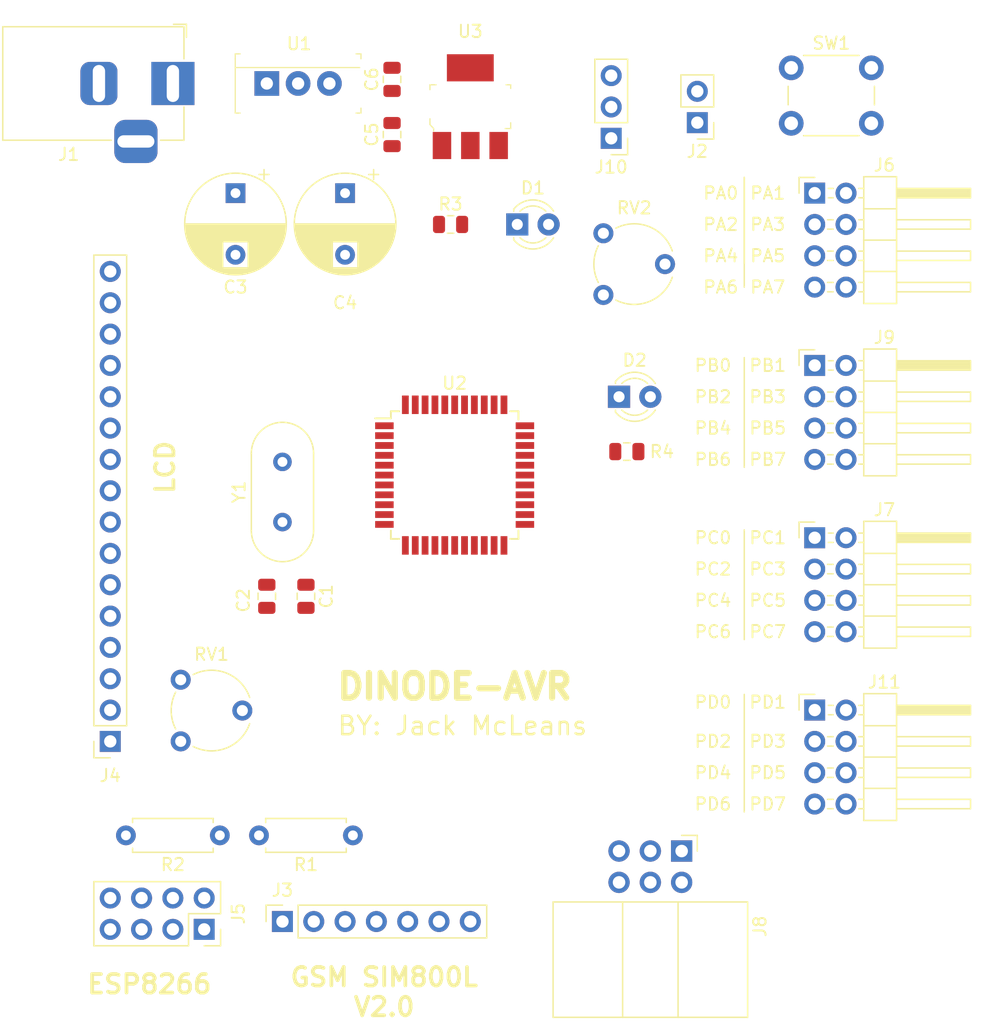
<source format=kicad_pcb>
(kicad_pcb (version 20171130) (host pcbnew "(5.1.2)-2")

  (general
    (thickness 1.6)
    (drawings 42)
    (tracks 0)
    (zones 0)
    (modules 30)
    (nets 52)
  )

  (page A4)
  (layers
    (0 F.Cu signal)
    (31 B.Cu signal)
    (32 B.Adhes user)
    (33 F.Adhes user)
    (34 B.Paste user)
    (35 F.Paste user)
    (36 B.SilkS user)
    (37 F.SilkS user)
    (38 B.Mask user)
    (39 F.Mask user)
    (40 Dwgs.User user)
    (41 Cmts.User user)
    (42 Eco1.User user)
    (43 Eco2.User user)
    (44 Edge.Cuts user)
    (45 Margin user)
    (46 B.CrtYd user)
    (47 F.CrtYd user)
    (48 B.Fab user)
    (49 F.Fab user)
  )

  (setup
    (last_trace_width 0.25)
    (trace_clearance 0.2)
    (zone_clearance 0.508)
    (zone_45_only no)
    (trace_min 0.2)
    (via_size 0.8)
    (via_drill 0.4)
    (via_min_size 0.4)
    (via_min_drill 0.3)
    (uvia_size 0.3)
    (uvia_drill 0.1)
    (uvias_allowed no)
    (uvia_min_size 0.2)
    (uvia_min_drill 0.1)
    (edge_width 0.05)
    (segment_width 0.2)
    (pcb_text_width 0.3)
    (pcb_text_size 1.5 1.5)
    (mod_edge_width 0.12)
    (mod_text_size 1 1)
    (mod_text_width 0.15)
    (pad_size 1.524 1.524)
    (pad_drill 0.762)
    (pad_to_mask_clearance 0.051)
    (solder_mask_min_width 0.25)
    (aux_axis_origin 0 0)
    (visible_elements 7FFFFFFF)
    (pcbplotparams
      (layerselection 0x010fc_ffffffff)
      (usegerberextensions false)
      (usegerberattributes false)
      (usegerberadvancedattributes false)
      (creategerberjobfile false)
      (excludeedgelayer true)
      (linewidth 0.100000)
      (plotframeref false)
      (viasonmask false)
      (mode 1)
      (useauxorigin false)
      (hpglpennumber 1)
      (hpglpenspeed 20)
      (hpglpendiameter 15.000000)
      (psnegative false)
      (psa4output false)
      (plotreference true)
      (plotvalue true)
      (plotinvisibletext false)
      (padsonsilk false)
      (subtractmaskfromsilk false)
      (outputformat 1)
      (mirror false)
      (drillshape 1)
      (scaleselection 1)
      (outputdirectory ""))
  )

  (net 0 "")
  (net 1 GND)
  (net 2 "Net-(C1-Pad1)")
  (net 3 "Net-(C2-Pad1)")
  (net 4 "Net-(C3-Pad1)")
  (net 5 RESET)
  (net 6 "Net-(D1-Pad1)")
  (net 7 "Net-(D2-Pad1)")
  (net 8 PC_7)
  (net 9 "Net-(J2-Pad1)")
  (net 10 "Net-(J3-Pad3)")
  (net 11 PD_0)
  (net 12 PD_1)
  (net 13 "Net-(J3-Pad7)")
  (net 14 PC_6)
  (net 15 PC_5)
  (net 16 PC_4)
  (net 17 PC_3)
  (net 18 PC_2)
  (net 19 PC_1)
  (net 20 PC_0)
  (net 21 PB_2)
  (net 22 PB_1)
  (net 23 PB_0)
  (net 24 VO)
  (net 25 ESP_RX)
  (net 26 +3V3)
  (net 27 "Net-(J5-Pad3)")
  (net 28 "Net-(J5-Pad5)")
  (net 29 PA_0)
  (net 30 PA_1)
  (net 31 PA_2)
  (net 32 PA_3)
  (net 33 PA_4)
  (net 34 PA_5)
  (net 35 PA_6)
  (net 36 PA_7)
  (net 37 PB_7)
  (net 38 MOSI)
  (net 39 PB_4)
  (net 40 PB_3)
  (net 41 A_REF)
  (net 42 PD_7)
  (net 43 PD_6)
  (net 44 PD_5)
  (net 45 PD_4)
  (net 46 PD_3)
  (net 47 PD_2)
  (net 48 MISO)
  (net 49 +5V)
  (net 50 "Net-(SW1-Pad2)")
  (net 51 "Net-(J5-Pad6)")

  (net_class Default "This is the default net class."
    (clearance 0.2)
    (trace_width 0.25)
    (via_dia 0.8)
    (via_drill 0.4)
    (uvia_dia 0.3)
    (uvia_drill 0.1)
    (add_net +3V3)
    (add_net +5V)
    (add_net A_REF)
    (add_net ESP_RX)
    (add_net GND)
    (add_net MISO)
    (add_net MOSI)
    (add_net "Net-(C1-Pad1)")
    (add_net "Net-(C2-Pad1)")
    (add_net "Net-(C3-Pad1)")
    (add_net "Net-(D1-Pad1)")
    (add_net "Net-(D2-Pad1)")
    (add_net "Net-(J2-Pad1)")
    (add_net "Net-(J3-Pad3)")
    (add_net "Net-(J3-Pad7)")
    (add_net "Net-(J5-Pad3)")
    (add_net "Net-(J5-Pad5)")
    (add_net "Net-(J5-Pad6)")
    (add_net "Net-(SW1-Pad2)")
    (add_net PA_0)
    (add_net PA_1)
    (add_net PA_2)
    (add_net PA_3)
    (add_net PA_4)
    (add_net PA_5)
    (add_net PA_6)
    (add_net PA_7)
    (add_net PB_0)
    (add_net PB_1)
    (add_net PB_2)
    (add_net PB_3)
    (add_net PB_4)
    (add_net PB_7)
    (add_net PC_0)
    (add_net PC_1)
    (add_net PC_2)
    (add_net PC_3)
    (add_net PC_4)
    (add_net PC_5)
    (add_net PC_6)
    (add_net PC_7)
    (add_net PD_0)
    (add_net PD_1)
    (add_net PD_2)
    (add_net PD_3)
    (add_net PD_4)
    (add_net PD_5)
    (add_net PD_6)
    (add_net PD_7)
    (add_net RESET)
    (add_net VO)
  )

  (module Capacitor_SMD:C_0805_2012Metric (layer F.Cu) (tedit 5B36C52B) (tstamp 5DD8AFDE)
    (at 111.125 94.9175 270)
    (descr "Capacitor SMD 0805 (2012 Metric), square (rectangular) end terminal, IPC_7351 nominal, (Body size source: https://docs.google.com/spreadsheets/d/1BsfQQcO9C6DZCsRaXUlFlo91Tg2WpOkGARC1WS5S8t0/edit?usp=sharing), generated with kicad-footprint-generator")
    (tags capacitor)
    (path /5DCE84E9)
    (attr smd)
    (fp_text reference C1 (at 0 -1.65 90) (layer F.SilkS)
      (effects (font (size 1 1) (thickness 0.15)))
    )
    (fp_text value 22pF (at 0.3325 -2.8425 90) (layer F.Fab)
      (effects (font (size 1 1) (thickness 0.15)))
    )
    (fp_text user %R (at 0 0 90) (layer F.Fab)
      (effects (font (size 0.5 0.5) (thickness 0.08)))
    )
    (fp_line (start 1.68 0.95) (end -1.68 0.95) (layer F.CrtYd) (width 0.05))
    (fp_line (start 1.68 -0.95) (end 1.68 0.95) (layer F.CrtYd) (width 0.05))
    (fp_line (start -1.68 -0.95) (end 1.68 -0.95) (layer F.CrtYd) (width 0.05))
    (fp_line (start -1.68 0.95) (end -1.68 -0.95) (layer F.CrtYd) (width 0.05))
    (fp_line (start -0.258578 0.71) (end 0.258578 0.71) (layer F.SilkS) (width 0.12))
    (fp_line (start -0.258578 -0.71) (end 0.258578 -0.71) (layer F.SilkS) (width 0.12))
    (fp_line (start 1 0.6) (end -1 0.6) (layer F.Fab) (width 0.1))
    (fp_line (start 1 -0.6) (end 1 0.6) (layer F.Fab) (width 0.1))
    (fp_line (start -1 -0.6) (end 1 -0.6) (layer F.Fab) (width 0.1))
    (fp_line (start -1 0.6) (end -1 -0.6) (layer F.Fab) (width 0.1))
    (pad 2 smd roundrect (at 0.9375 0 270) (size 0.975 1.4) (layers F.Cu F.Paste F.Mask) (roundrect_rratio 0.25)
      (net 1 GND))
    (pad 1 smd roundrect (at -0.9375 0 270) (size 0.975 1.4) (layers F.Cu F.Paste F.Mask) (roundrect_rratio 0.25)
      (net 2 "Net-(C1-Pad1)"))
    (model ${KISYS3DMOD}/Capacitor_SMD.3dshapes/C_0805_2012Metric.wrl
      (at (xyz 0 0 0))
      (scale (xyz 1 1 1))
      (rotate (xyz 0 0 0))
    )
  )

  (module Capacitor_SMD:C_0805_2012Metric (layer F.Cu) (tedit 5B36C52B) (tstamp 5DD90317)
    (at 107.95 94.9175 270)
    (descr "Capacitor SMD 0805 (2012 Metric), square (rectangular) end terminal, IPC_7351 nominal, (Body size source: https://docs.google.com/spreadsheets/d/1BsfQQcO9C6DZCsRaXUlFlo91Tg2WpOkGARC1WS5S8t0/edit?usp=sharing), generated with kicad-footprint-generator")
    (tags capacitor)
    (path /5DCE89B0)
    (attr smd)
    (fp_text reference C2 (at 0.3325 1.905 90) (layer F.SilkS)
      (effects (font (size 1 1) (thickness 0.15)))
    )
    (fp_text value 22pF (at -0.3025 3.175 90) (layer F.Fab)
      (effects (font (size 1 1) (thickness 0.15)))
    )
    (fp_line (start -1 0.6) (end -1 -0.6) (layer F.Fab) (width 0.1))
    (fp_line (start -1 -0.6) (end 1 -0.6) (layer F.Fab) (width 0.1))
    (fp_line (start 1 -0.6) (end 1 0.6) (layer F.Fab) (width 0.1))
    (fp_line (start 1 0.6) (end -1 0.6) (layer F.Fab) (width 0.1))
    (fp_line (start -0.258578 -0.71) (end 0.258578 -0.71) (layer F.SilkS) (width 0.12))
    (fp_line (start -0.258578 0.71) (end 0.258578 0.71) (layer F.SilkS) (width 0.12))
    (fp_line (start -1.68 0.95) (end -1.68 -0.95) (layer F.CrtYd) (width 0.05))
    (fp_line (start -1.68 -0.95) (end 1.68 -0.95) (layer F.CrtYd) (width 0.05))
    (fp_line (start 1.68 -0.95) (end 1.68 0.95) (layer F.CrtYd) (width 0.05))
    (fp_line (start 1.68 0.95) (end -1.68 0.95) (layer F.CrtYd) (width 0.05))
    (fp_text user %R (at 0 0 90) (layer F.Fab)
      (effects (font (size 0.5 0.5) (thickness 0.08)))
    )
    (pad 1 smd roundrect (at -0.9375 0 270) (size 0.975 1.4) (layers F.Cu F.Paste F.Mask) (roundrect_rratio 0.25)
      (net 3 "Net-(C2-Pad1)"))
    (pad 2 smd roundrect (at 0.9375 0 270) (size 0.975 1.4) (layers F.Cu F.Paste F.Mask) (roundrect_rratio 0.25)
      (net 1 GND))
    (model ${KISYS3DMOD}/Capacitor_SMD.3dshapes/C_0805_2012Metric.wrl
      (at (xyz 0 0 0))
      (scale (xyz 1 1 1))
      (rotate (xyz 0 0 0))
    )
  )

  (module Capacitor_THT:CP_Radial_D8.0mm_P5.00mm (layer F.Cu) (tedit 5AE50EF0) (tstamp 5DD8B098)
    (at 105.41 62.23 270)
    (descr "CP, Radial series, Radial, pin pitch=5.00mm, , diameter=8mm, Electrolytic Capacitor")
    (tags "CP Radial series Radial pin pitch 5.00mm  diameter 8mm Electrolytic Capacitor")
    (path /5DEDDB4E)
    (fp_text reference C3 (at 7.62 0 180) (layer F.SilkS)
      (effects (font (size 1 1) (thickness 0.15)))
    )
    (fp_text value 100uF (at -2.54 0 180) (layer F.Fab)
      (effects (font (size 1 1) (thickness 0.15)))
    )
    (fp_circle (center 2.5 0) (end 6.5 0) (layer F.Fab) (width 0.1))
    (fp_circle (center 2.5 0) (end 6.62 0) (layer F.SilkS) (width 0.12))
    (fp_circle (center 2.5 0) (end 6.75 0) (layer F.CrtYd) (width 0.05))
    (fp_line (start -0.926759 -1.7475) (end -0.126759 -1.7475) (layer F.Fab) (width 0.1))
    (fp_line (start -0.526759 -2.1475) (end -0.526759 -1.3475) (layer F.Fab) (width 0.1))
    (fp_line (start 2.5 -4.08) (end 2.5 4.08) (layer F.SilkS) (width 0.12))
    (fp_line (start 2.54 -4.08) (end 2.54 4.08) (layer F.SilkS) (width 0.12))
    (fp_line (start 2.58 -4.08) (end 2.58 4.08) (layer F.SilkS) (width 0.12))
    (fp_line (start 2.62 -4.079) (end 2.62 4.079) (layer F.SilkS) (width 0.12))
    (fp_line (start 2.66 -4.077) (end 2.66 4.077) (layer F.SilkS) (width 0.12))
    (fp_line (start 2.7 -4.076) (end 2.7 4.076) (layer F.SilkS) (width 0.12))
    (fp_line (start 2.74 -4.074) (end 2.74 4.074) (layer F.SilkS) (width 0.12))
    (fp_line (start 2.78 -4.071) (end 2.78 4.071) (layer F.SilkS) (width 0.12))
    (fp_line (start 2.82 -4.068) (end 2.82 4.068) (layer F.SilkS) (width 0.12))
    (fp_line (start 2.86 -4.065) (end 2.86 4.065) (layer F.SilkS) (width 0.12))
    (fp_line (start 2.9 -4.061) (end 2.9 4.061) (layer F.SilkS) (width 0.12))
    (fp_line (start 2.94 -4.057) (end 2.94 4.057) (layer F.SilkS) (width 0.12))
    (fp_line (start 2.98 -4.052) (end 2.98 4.052) (layer F.SilkS) (width 0.12))
    (fp_line (start 3.02 -4.048) (end 3.02 4.048) (layer F.SilkS) (width 0.12))
    (fp_line (start 3.06 -4.042) (end 3.06 4.042) (layer F.SilkS) (width 0.12))
    (fp_line (start 3.1 -4.037) (end 3.1 4.037) (layer F.SilkS) (width 0.12))
    (fp_line (start 3.14 -4.03) (end 3.14 4.03) (layer F.SilkS) (width 0.12))
    (fp_line (start 3.18 -4.024) (end 3.18 4.024) (layer F.SilkS) (width 0.12))
    (fp_line (start 3.221 -4.017) (end 3.221 4.017) (layer F.SilkS) (width 0.12))
    (fp_line (start 3.261 -4.01) (end 3.261 4.01) (layer F.SilkS) (width 0.12))
    (fp_line (start 3.301 -4.002) (end 3.301 4.002) (layer F.SilkS) (width 0.12))
    (fp_line (start 3.341 -3.994) (end 3.341 3.994) (layer F.SilkS) (width 0.12))
    (fp_line (start 3.381 -3.985) (end 3.381 3.985) (layer F.SilkS) (width 0.12))
    (fp_line (start 3.421 -3.976) (end 3.421 3.976) (layer F.SilkS) (width 0.12))
    (fp_line (start 3.461 -3.967) (end 3.461 3.967) (layer F.SilkS) (width 0.12))
    (fp_line (start 3.501 -3.957) (end 3.501 3.957) (layer F.SilkS) (width 0.12))
    (fp_line (start 3.541 -3.947) (end 3.541 3.947) (layer F.SilkS) (width 0.12))
    (fp_line (start 3.581 -3.936) (end 3.581 3.936) (layer F.SilkS) (width 0.12))
    (fp_line (start 3.621 -3.925) (end 3.621 3.925) (layer F.SilkS) (width 0.12))
    (fp_line (start 3.661 -3.914) (end 3.661 3.914) (layer F.SilkS) (width 0.12))
    (fp_line (start 3.701 -3.902) (end 3.701 3.902) (layer F.SilkS) (width 0.12))
    (fp_line (start 3.741 -3.889) (end 3.741 3.889) (layer F.SilkS) (width 0.12))
    (fp_line (start 3.781 -3.877) (end 3.781 3.877) (layer F.SilkS) (width 0.12))
    (fp_line (start 3.821 -3.863) (end 3.821 3.863) (layer F.SilkS) (width 0.12))
    (fp_line (start 3.861 -3.85) (end 3.861 3.85) (layer F.SilkS) (width 0.12))
    (fp_line (start 3.901 -3.835) (end 3.901 3.835) (layer F.SilkS) (width 0.12))
    (fp_line (start 3.941 -3.821) (end 3.941 3.821) (layer F.SilkS) (width 0.12))
    (fp_line (start 3.981 -3.805) (end 3.981 -1.04) (layer F.SilkS) (width 0.12))
    (fp_line (start 3.981 1.04) (end 3.981 3.805) (layer F.SilkS) (width 0.12))
    (fp_line (start 4.021 -3.79) (end 4.021 -1.04) (layer F.SilkS) (width 0.12))
    (fp_line (start 4.021 1.04) (end 4.021 3.79) (layer F.SilkS) (width 0.12))
    (fp_line (start 4.061 -3.774) (end 4.061 -1.04) (layer F.SilkS) (width 0.12))
    (fp_line (start 4.061 1.04) (end 4.061 3.774) (layer F.SilkS) (width 0.12))
    (fp_line (start 4.101 -3.757) (end 4.101 -1.04) (layer F.SilkS) (width 0.12))
    (fp_line (start 4.101 1.04) (end 4.101 3.757) (layer F.SilkS) (width 0.12))
    (fp_line (start 4.141 -3.74) (end 4.141 -1.04) (layer F.SilkS) (width 0.12))
    (fp_line (start 4.141 1.04) (end 4.141 3.74) (layer F.SilkS) (width 0.12))
    (fp_line (start 4.181 -3.722) (end 4.181 -1.04) (layer F.SilkS) (width 0.12))
    (fp_line (start 4.181 1.04) (end 4.181 3.722) (layer F.SilkS) (width 0.12))
    (fp_line (start 4.221 -3.704) (end 4.221 -1.04) (layer F.SilkS) (width 0.12))
    (fp_line (start 4.221 1.04) (end 4.221 3.704) (layer F.SilkS) (width 0.12))
    (fp_line (start 4.261 -3.686) (end 4.261 -1.04) (layer F.SilkS) (width 0.12))
    (fp_line (start 4.261 1.04) (end 4.261 3.686) (layer F.SilkS) (width 0.12))
    (fp_line (start 4.301 -3.666) (end 4.301 -1.04) (layer F.SilkS) (width 0.12))
    (fp_line (start 4.301 1.04) (end 4.301 3.666) (layer F.SilkS) (width 0.12))
    (fp_line (start 4.341 -3.647) (end 4.341 -1.04) (layer F.SilkS) (width 0.12))
    (fp_line (start 4.341 1.04) (end 4.341 3.647) (layer F.SilkS) (width 0.12))
    (fp_line (start 4.381 -3.627) (end 4.381 -1.04) (layer F.SilkS) (width 0.12))
    (fp_line (start 4.381 1.04) (end 4.381 3.627) (layer F.SilkS) (width 0.12))
    (fp_line (start 4.421 -3.606) (end 4.421 -1.04) (layer F.SilkS) (width 0.12))
    (fp_line (start 4.421 1.04) (end 4.421 3.606) (layer F.SilkS) (width 0.12))
    (fp_line (start 4.461 -3.584) (end 4.461 -1.04) (layer F.SilkS) (width 0.12))
    (fp_line (start 4.461 1.04) (end 4.461 3.584) (layer F.SilkS) (width 0.12))
    (fp_line (start 4.501 -3.562) (end 4.501 -1.04) (layer F.SilkS) (width 0.12))
    (fp_line (start 4.501 1.04) (end 4.501 3.562) (layer F.SilkS) (width 0.12))
    (fp_line (start 4.541 -3.54) (end 4.541 -1.04) (layer F.SilkS) (width 0.12))
    (fp_line (start 4.541 1.04) (end 4.541 3.54) (layer F.SilkS) (width 0.12))
    (fp_line (start 4.581 -3.517) (end 4.581 -1.04) (layer F.SilkS) (width 0.12))
    (fp_line (start 4.581 1.04) (end 4.581 3.517) (layer F.SilkS) (width 0.12))
    (fp_line (start 4.621 -3.493) (end 4.621 -1.04) (layer F.SilkS) (width 0.12))
    (fp_line (start 4.621 1.04) (end 4.621 3.493) (layer F.SilkS) (width 0.12))
    (fp_line (start 4.661 -3.469) (end 4.661 -1.04) (layer F.SilkS) (width 0.12))
    (fp_line (start 4.661 1.04) (end 4.661 3.469) (layer F.SilkS) (width 0.12))
    (fp_line (start 4.701 -3.444) (end 4.701 -1.04) (layer F.SilkS) (width 0.12))
    (fp_line (start 4.701 1.04) (end 4.701 3.444) (layer F.SilkS) (width 0.12))
    (fp_line (start 4.741 -3.418) (end 4.741 -1.04) (layer F.SilkS) (width 0.12))
    (fp_line (start 4.741 1.04) (end 4.741 3.418) (layer F.SilkS) (width 0.12))
    (fp_line (start 4.781 -3.392) (end 4.781 -1.04) (layer F.SilkS) (width 0.12))
    (fp_line (start 4.781 1.04) (end 4.781 3.392) (layer F.SilkS) (width 0.12))
    (fp_line (start 4.821 -3.365) (end 4.821 -1.04) (layer F.SilkS) (width 0.12))
    (fp_line (start 4.821 1.04) (end 4.821 3.365) (layer F.SilkS) (width 0.12))
    (fp_line (start 4.861 -3.338) (end 4.861 -1.04) (layer F.SilkS) (width 0.12))
    (fp_line (start 4.861 1.04) (end 4.861 3.338) (layer F.SilkS) (width 0.12))
    (fp_line (start 4.901 -3.309) (end 4.901 -1.04) (layer F.SilkS) (width 0.12))
    (fp_line (start 4.901 1.04) (end 4.901 3.309) (layer F.SilkS) (width 0.12))
    (fp_line (start 4.941 -3.28) (end 4.941 -1.04) (layer F.SilkS) (width 0.12))
    (fp_line (start 4.941 1.04) (end 4.941 3.28) (layer F.SilkS) (width 0.12))
    (fp_line (start 4.981 -3.25) (end 4.981 -1.04) (layer F.SilkS) (width 0.12))
    (fp_line (start 4.981 1.04) (end 4.981 3.25) (layer F.SilkS) (width 0.12))
    (fp_line (start 5.021 -3.22) (end 5.021 -1.04) (layer F.SilkS) (width 0.12))
    (fp_line (start 5.021 1.04) (end 5.021 3.22) (layer F.SilkS) (width 0.12))
    (fp_line (start 5.061 -3.189) (end 5.061 -1.04) (layer F.SilkS) (width 0.12))
    (fp_line (start 5.061 1.04) (end 5.061 3.189) (layer F.SilkS) (width 0.12))
    (fp_line (start 5.101 -3.156) (end 5.101 -1.04) (layer F.SilkS) (width 0.12))
    (fp_line (start 5.101 1.04) (end 5.101 3.156) (layer F.SilkS) (width 0.12))
    (fp_line (start 5.141 -3.124) (end 5.141 -1.04) (layer F.SilkS) (width 0.12))
    (fp_line (start 5.141 1.04) (end 5.141 3.124) (layer F.SilkS) (width 0.12))
    (fp_line (start 5.181 -3.09) (end 5.181 -1.04) (layer F.SilkS) (width 0.12))
    (fp_line (start 5.181 1.04) (end 5.181 3.09) (layer F.SilkS) (width 0.12))
    (fp_line (start 5.221 -3.055) (end 5.221 -1.04) (layer F.SilkS) (width 0.12))
    (fp_line (start 5.221 1.04) (end 5.221 3.055) (layer F.SilkS) (width 0.12))
    (fp_line (start 5.261 -3.019) (end 5.261 -1.04) (layer F.SilkS) (width 0.12))
    (fp_line (start 5.261 1.04) (end 5.261 3.019) (layer F.SilkS) (width 0.12))
    (fp_line (start 5.301 -2.983) (end 5.301 -1.04) (layer F.SilkS) (width 0.12))
    (fp_line (start 5.301 1.04) (end 5.301 2.983) (layer F.SilkS) (width 0.12))
    (fp_line (start 5.341 -2.945) (end 5.341 -1.04) (layer F.SilkS) (width 0.12))
    (fp_line (start 5.341 1.04) (end 5.341 2.945) (layer F.SilkS) (width 0.12))
    (fp_line (start 5.381 -2.907) (end 5.381 -1.04) (layer F.SilkS) (width 0.12))
    (fp_line (start 5.381 1.04) (end 5.381 2.907) (layer F.SilkS) (width 0.12))
    (fp_line (start 5.421 -2.867) (end 5.421 -1.04) (layer F.SilkS) (width 0.12))
    (fp_line (start 5.421 1.04) (end 5.421 2.867) (layer F.SilkS) (width 0.12))
    (fp_line (start 5.461 -2.826) (end 5.461 -1.04) (layer F.SilkS) (width 0.12))
    (fp_line (start 5.461 1.04) (end 5.461 2.826) (layer F.SilkS) (width 0.12))
    (fp_line (start 5.501 -2.784) (end 5.501 -1.04) (layer F.SilkS) (width 0.12))
    (fp_line (start 5.501 1.04) (end 5.501 2.784) (layer F.SilkS) (width 0.12))
    (fp_line (start 5.541 -2.741) (end 5.541 -1.04) (layer F.SilkS) (width 0.12))
    (fp_line (start 5.541 1.04) (end 5.541 2.741) (layer F.SilkS) (width 0.12))
    (fp_line (start 5.581 -2.697) (end 5.581 -1.04) (layer F.SilkS) (width 0.12))
    (fp_line (start 5.581 1.04) (end 5.581 2.697) (layer F.SilkS) (width 0.12))
    (fp_line (start 5.621 -2.651) (end 5.621 -1.04) (layer F.SilkS) (width 0.12))
    (fp_line (start 5.621 1.04) (end 5.621 2.651) (layer F.SilkS) (width 0.12))
    (fp_line (start 5.661 -2.604) (end 5.661 -1.04) (layer F.SilkS) (width 0.12))
    (fp_line (start 5.661 1.04) (end 5.661 2.604) (layer F.SilkS) (width 0.12))
    (fp_line (start 5.701 -2.556) (end 5.701 -1.04) (layer F.SilkS) (width 0.12))
    (fp_line (start 5.701 1.04) (end 5.701 2.556) (layer F.SilkS) (width 0.12))
    (fp_line (start 5.741 -2.505) (end 5.741 -1.04) (layer F.SilkS) (width 0.12))
    (fp_line (start 5.741 1.04) (end 5.741 2.505) (layer F.SilkS) (width 0.12))
    (fp_line (start 5.781 -2.454) (end 5.781 -1.04) (layer F.SilkS) (width 0.12))
    (fp_line (start 5.781 1.04) (end 5.781 2.454) (layer F.SilkS) (width 0.12))
    (fp_line (start 5.821 -2.4) (end 5.821 -1.04) (layer F.SilkS) (width 0.12))
    (fp_line (start 5.821 1.04) (end 5.821 2.4) (layer F.SilkS) (width 0.12))
    (fp_line (start 5.861 -2.345) (end 5.861 -1.04) (layer F.SilkS) (width 0.12))
    (fp_line (start 5.861 1.04) (end 5.861 2.345) (layer F.SilkS) (width 0.12))
    (fp_line (start 5.901 -2.287) (end 5.901 -1.04) (layer F.SilkS) (width 0.12))
    (fp_line (start 5.901 1.04) (end 5.901 2.287) (layer F.SilkS) (width 0.12))
    (fp_line (start 5.941 -2.228) (end 5.941 -1.04) (layer F.SilkS) (width 0.12))
    (fp_line (start 5.941 1.04) (end 5.941 2.228) (layer F.SilkS) (width 0.12))
    (fp_line (start 5.981 -2.166) (end 5.981 -1.04) (layer F.SilkS) (width 0.12))
    (fp_line (start 5.981 1.04) (end 5.981 2.166) (layer F.SilkS) (width 0.12))
    (fp_line (start 6.021 -2.102) (end 6.021 -1.04) (layer F.SilkS) (width 0.12))
    (fp_line (start 6.021 1.04) (end 6.021 2.102) (layer F.SilkS) (width 0.12))
    (fp_line (start 6.061 -2.034) (end 6.061 2.034) (layer F.SilkS) (width 0.12))
    (fp_line (start 6.101 -1.964) (end 6.101 1.964) (layer F.SilkS) (width 0.12))
    (fp_line (start 6.141 -1.89) (end 6.141 1.89) (layer F.SilkS) (width 0.12))
    (fp_line (start 6.181 -1.813) (end 6.181 1.813) (layer F.SilkS) (width 0.12))
    (fp_line (start 6.221 -1.731) (end 6.221 1.731) (layer F.SilkS) (width 0.12))
    (fp_line (start 6.261 -1.645) (end 6.261 1.645) (layer F.SilkS) (width 0.12))
    (fp_line (start 6.301 -1.552) (end 6.301 1.552) (layer F.SilkS) (width 0.12))
    (fp_line (start 6.341 -1.453) (end 6.341 1.453) (layer F.SilkS) (width 0.12))
    (fp_line (start 6.381 -1.346) (end 6.381 1.346) (layer F.SilkS) (width 0.12))
    (fp_line (start 6.421 -1.229) (end 6.421 1.229) (layer F.SilkS) (width 0.12))
    (fp_line (start 6.461 -1.098) (end 6.461 1.098) (layer F.SilkS) (width 0.12))
    (fp_line (start 6.501 -0.948) (end 6.501 0.948) (layer F.SilkS) (width 0.12))
    (fp_line (start 6.541 -0.768) (end 6.541 0.768) (layer F.SilkS) (width 0.12))
    (fp_line (start 6.581 -0.533) (end 6.581 0.533) (layer F.SilkS) (width 0.12))
    (fp_line (start -1.909698 -2.315) (end -1.109698 -2.315) (layer F.SilkS) (width 0.12))
    (fp_line (start -1.509698 -2.715) (end -1.509698 -1.915) (layer F.SilkS) (width 0.12))
    (fp_text user %R (at 2.5 0 90) (layer F.Fab)
      (effects (font (size 1 1) (thickness 0.15)))
    )
    (pad 1 thru_hole rect (at 0 0 270) (size 1.6 1.6) (drill 0.8) (layers *.Cu *.Mask)
      (net 4 "Net-(C3-Pad1)"))
    (pad 2 thru_hole circle (at 5 0 270) (size 1.6 1.6) (drill 0.8) (layers *.Cu *.Mask)
      (net 1 GND))
    (model ${KISYS3DMOD}/Capacitor_THT.3dshapes/CP_Radial_D8.0mm_P5.00mm.wrl
      (at (xyz 0 0 0))
      (scale (xyz 1 1 1))
      (rotate (xyz 0 0 0))
    )
  )

  (module Capacitor_THT:CP_Radial_D8.0mm_P5.00mm (layer F.Cu) (tedit 5AE50EF0) (tstamp 5DD8B141)
    (at 114.3 62.23 270)
    (descr "CP, Radial series, Radial, pin pitch=5.00mm, , diameter=8mm, Electrolytic Capacitor")
    (tags "CP Radial series Radial pin pitch 5.00mm  diameter 8mm Electrolytic Capacitor")
    (path /5DF0C9F6)
    (fp_text reference C4 (at 8.89 0 180) (layer F.SilkS)
      (effects (font (size 1 1) (thickness 0.15)))
    )
    (fp_text value 10uF (at -2.54 0 180) (layer F.Fab)
      (effects (font (size 1 1) (thickness 0.15)))
    )
    (fp_text user %R (at 2.5 0 90) (layer F.Fab)
      (effects (font (size 1 1) (thickness 0.15)))
    )
    (fp_line (start -1.509698 -2.715) (end -1.509698 -1.915) (layer F.SilkS) (width 0.12))
    (fp_line (start -1.909698 -2.315) (end -1.109698 -2.315) (layer F.SilkS) (width 0.12))
    (fp_line (start 6.581 -0.533) (end 6.581 0.533) (layer F.SilkS) (width 0.12))
    (fp_line (start 6.541 -0.768) (end 6.541 0.768) (layer F.SilkS) (width 0.12))
    (fp_line (start 6.501 -0.948) (end 6.501 0.948) (layer F.SilkS) (width 0.12))
    (fp_line (start 6.461 -1.098) (end 6.461 1.098) (layer F.SilkS) (width 0.12))
    (fp_line (start 6.421 -1.229) (end 6.421 1.229) (layer F.SilkS) (width 0.12))
    (fp_line (start 6.381 -1.346) (end 6.381 1.346) (layer F.SilkS) (width 0.12))
    (fp_line (start 6.341 -1.453) (end 6.341 1.453) (layer F.SilkS) (width 0.12))
    (fp_line (start 6.301 -1.552) (end 6.301 1.552) (layer F.SilkS) (width 0.12))
    (fp_line (start 6.261 -1.645) (end 6.261 1.645) (layer F.SilkS) (width 0.12))
    (fp_line (start 6.221 -1.731) (end 6.221 1.731) (layer F.SilkS) (width 0.12))
    (fp_line (start 6.181 -1.813) (end 6.181 1.813) (layer F.SilkS) (width 0.12))
    (fp_line (start 6.141 -1.89) (end 6.141 1.89) (layer F.SilkS) (width 0.12))
    (fp_line (start 6.101 -1.964) (end 6.101 1.964) (layer F.SilkS) (width 0.12))
    (fp_line (start 6.061 -2.034) (end 6.061 2.034) (layer F.SilkS) (width 0.12))
    (fp_line (start 6.021 1.04) (end 6.021 2.102) (layer F.SilkS) (width 0.12))
    (fp_line (start 6.021 -2.102) (end 6.021 -1.04) (layer F.SilkS) (width 0.12))
    (fp_line (start 5.981 1.04) (end 5.981 2.166) (layer F.SilkS) (width 0.12))
    (fp_line (start 5.981 -2.166) (end 5.981 -1.04) (layer F.SilkS) (width 0.12))
    (fp_line (start 5.941 1.04) (end 5.941 2.228) (layer F.SilkS) (width 0.12))
    (fp_line (start 5.941 -2.228) (end 5.941 -1.04) (layer F.SilkS) (width 0.12))
    (fp_line (start 5.901 1.04) (end 5.901 2.287) (layer F.SilkS) (width 0.12))
    (fp_line (start 5.901 -2.287) (end 5.901 -1.04) (layer F.SilkS) (width 0.12))
    (fp_line (start 5.861 1.04) (end 5.861 2.345) (layer F.SilkS) (width 0.12))
    (fp_line (start 5.861 -2.345) (end 5.861 -1.04) (layer F.SilkS) (width 0.12))
    (fp_line (start 5.821 1.04) (end 5.821 2.4) (layer F.SilkS) (width 0.12))
    (fp_line (start 5.821 -2.4) (end 5.821 -1.04) (layer F.SilkS) (width 0.12))
    (fp_line (start 5.781 1.04) (end 5.781 2.454) (layer F.SilkS) (width 0.12))
    (fp_line (start 5.781 -2.454) (end 5.781 -1.04) (layer F.SilkS) (width 0.12))
    (fp_line (start 5.741 1.04) (end 5.741 2.505) (layer F.SilkS) (width 0.12))
    (fp_line (start 5.741 -2.505) (end 5.741 -1.04) (layer F.SilkS) (width 0.12))
    (fp_line (start 5.701 1.04) (end 5.701 2.556) (layer F.SilkS) (width 0.12))
    (fp_line (start 5.701 -2.556) (end 5.701 -1.04) (layer F.SilkS) (width 0.12))
    (fp_line (start 5.661 1.04) (end 5.661 2.604) (layer F.SilkS) (width 0.12))
    (fp_line (start 5.661 -2.604) (end 5.661 -1.04) (layer F.SilkS) (width 0.12))
    (fp_line (start 5.621 1.04) (end 5.621 2.651) (layer F.SilkS) (width 0.12))
    (fp_line (start 5.621 -2.651) (end 5.621 -1.04) (layer F.SilkS) (width 0.12))
    (fp_line (start 5.581 1.04) (end 5.581 2.697) (layer F.SilkS) (width 0.12))
    (fp_line (start 5.581 -2.697) (end 5.581 -1.04) (layer F.SilkS) (width 0.12))
    (fp_line (start 5.541 1.04) (end 5.541 2.741) (layer F.SilkS) (width 0.12))
    (fp_line (start 5.541 -2.741) (end 5.541 -1.04) (layer F.SilkS) (width 0.12))
    (fp_line (start 5.501 1.04) (end 5.501 2.784) (layer F.SilkS) (width 0.12))
    (fp_line (start 5.501 -2.784) (end 5.501 -1.04) (layer F.SilkS) (width 0.12))
    (fp_line (start 5.461 1.04) (end 5.461 2.826) (layer F.SilkS) (width 0.12))
    (fp_line (start 5.461 -2.826) (end 5.461 -1.04) (layer F.SilkS) (width 0.12))
    (fp_line (start 5.421 1.04) (end 5.421 2.867) (layer F.SilkS) (width 0.12))
    (fp_line (start 5.421 -2.867) (end 5.421 -1.04) (layer F.SilkS) (width 0.12))
    (fp_line (start 5.381 1.04) (end 5.381 2.907) (layer F.SilkS) (width 0.12))
    (fp_line (start 5.381 -2.907) (end 5.381 -1.04) (layer F.SilkS) (width 0.12))
    (fp_line (start 5.341 1.04) (end 5.341 2.945) (layer F.SilkS) (width 0.12))
    (fp_line (start 5.341 -2.945) (end 5.341 -1.04) (layer F.SilkS) (width 0.12))
    (fp_line (start 5.301 1.04) (end 5.301 2.983) (layer F.SilkS) (width 0.12))
    (fp_line (start 5.301 -2.983) (end 5.301 -1.04) (layer F.SilkS) (width 0.12))
    (fp_line (start 5.261 1.04) (end 5.261 3.019) (layer F.SilkS) (width 0.12))
    (fp_line (start 5.261 -3.019) (end 5.261 -1.04) (layer F.SilkS) (width 0.12))
    (fp_line (start 5.221 1.04) (end 5.221 3.055) (layer F.SilkS) (width 0.12))
    (fp_line (start 5.221 -3.055) (end 5.221 -1.04) (layer F.SilkS) (width 0.12))
    (fp_line (start 5.181 1.04) (end 5.181 3.09) (layer F.SilkS) (width 0.12))
    (fp_line (start 5.181 -3.09) (end 5.181 -1.04) (layer F.SilkS) (width 0.12))
    (fp_line (start 5.141 1.04) (end 5.141 3.124) (layer F.SilkS) (width 0.12))
    (fp_line (start 5.141 -3.124) (end 5.141 -1.04) (layer F.SilkS) (width 0.12))
    (fp_line (start 5.101 1.04) (end 5.101 3.156) (layer F.SilkS) (width 0.12))
    (fp_line (start 5.101 -3.156) (end 5.101 -1.04) (layer F.SilkS) (width 0.12))
    (fp_line (start 5.061 1.04) (end 5.061 3.189) (layer F.SilkS) (width 0.12))
    (fp_line (start 5.061 -3.189) (end 5.061 -1.04) (layer F.SilkS) (width 0.12))
    (fp_line (start 5.021 1.04) (end 5.021 3.22) (layer F.SilkS) (width 0.12))
    (fp_line (start 5.021 -3.22) (end 5.021 -1.04) (layer F.SilkS) (width 0.12))
    (fp_line (start 4.981 1.04) (end 4.981 3.25) (layer F.SilkS) (width 0.12))
    (fp_line (start 4.981 -3.25) (end 4.981 -1.04) (layer F.SilkS) (width 0.12))
    (fp_line (start 4.941 1.04) (end 4.941 3.28) (layer F.SilkS) (width 0.12))
    (fp_line (start 4.941 -3.28) (end 4.941 -1.04) (layer F.SilkS) (width 0.12))
    (fp_line (start 4.901 1.04) (end 4.901 3.309) (layer F.SilkS) (width 0.12))
    (fp_line (start 4.901 -3.309) (end 4.901 -1.04) (layer F.SilkS) (width 0.12))
    (fp_line (start 4.861 1.04) (end 4.861 3.338) (layer F.SilkS) (width 0.12))
    (fp_line (start 4.861 -3.338) (end 4.861 -1.04) (layer F.SilkS) (width 0.12))
    (fp_line (start 4.821 1.04) (end 4.821 3.365) (layer F.SilkS) (width 0.12))
    (fp_line (start 4.821 -3.365) (end 4.821 -1.04) (layer F.SilkS) (width 0.12))
    (fp_line (start 4.781 1.04) (end 4.781 3.392) (layer F.SilkS) (width 0.12))
    (fp_line (start 4.781 -3.392) (end 4.781 -1.04) (layer F.SilkS) (width 0.12))
    (fp_line (start 4.741 1.04) (end 4.741 3.418) (layer F.SilkS) (width 0.12))
    (fp_line (start 4.741 -3.418) (end 4.741 -1.04) (layer F.SilkS) (width 0.12))
    (fp_line (start 4.701 1.04) (end 4.701 3.444) (layer F.SilkS) (width 0.12))
    (fp_line (start 4.701 -3.444) (end 4.701 -1.04) (layer F.SilkS) (width 0.12))
    (fp_line (start 4.661 1.04) (end 4.661 3.469) (layer F.SilkS) (width 0.12))
    (fp_line (start 4.661 -3.469) (end 4.661 -1.04) (layer F.SilkS) (width 0.12))
    (fp_line (start 4.621 1.04) (end 4.621 3.493) (layer F.SilkS) (width 0.12))
    (fp_line (start 4.621 -3.493) (end 4.621 -1.04) (layer F.SilkS) (width 0.12))
    (fp_line (start 4.581 1.04) (end 4.581 3.517) (layer F.SilkS) (width 0.12))
    (fp_line (start 4.581 -3.517) (end 4.581 -1.04) (layer F.SilkS) (width 0.12))
    (fp_line (start 4.541 1.04) (end 4.541 3.54) (layer F.SilkS) (width 0.12))
    (fp_line (start 4.541 -3.54) (end 4.541 -1.04) (layer F.SilkS) (width 0.12))
    (fp_line (start 4.501 1.04) (end 4.501 3.562) (layer F.SilkS) (width 0.12))
    (fp_line (start 4.501 -3.562) (end 4.501 -1.04) (layer F.SilkS) (width 0.12))
    (fp_line (start 4.461 1.04) (end 4.461 3.584) (layer F.SilkS) (width 0.12))
    (fp_line (start 4.461 -3.584) (end 4.461 -1.04) (layer F.SilkS) (width 0.12))
    (fp_line (start 4.421 1.04) (end 4.421 3.606) (layer F.SilkS) (width 0.12))
    (fp_line (start 4.421 -3.606) (end 4.421 -1.04) (layer F.SilkS) (width 0.12))
    (fp_line (start 4.381 1.04) (end 4.381 3.627) (layer F.SilkS) (width 0.12))
    (fp_line (start 4.381 -3.627) (end 4.381 -1.04) (layer F.SilkS) (width 0.12))
    (fp_line (start 4.341 1.04) (end 4.341 3.647) (layer F.SilkS) (width 0.12))
    (fp_line (start 4.341 -3.647) (end 4.341 -1.04) (layer F.SilkS) (width 0.12))
    (fp_line (start 4.301 1.04) (end 4.301 3.666) (layer F.SilkS) (width 0.12))
    (fp_line (start 4.301 -3.666) (end 4.301 -1.04) (layer F.SilkS) (width 0.12))
    (fp_line (start 4.261 1.04) (end 4.261 3.686) (layer F.SilkS) (width 0.12))
    (fp_line (start 4.261 -3.686) (end 4.261 -1.04) (layer F.SilkS) (width 0.12))
    (fp_line (start 4.221 1.04) (end 4.221 3.704) (layer F.SilkS) (width 0.12))
    (fp_line (start 4.221 -3.704) (end 4.221 -1.04) (layer F.SilkS) (width 0.12))
    (fp_line (start 4.181 1.04) (end 4.181 3.722) (layer F.SilkS) (width 0.12))
    (fp_line (start 4.181 -3.722) (end 4.181 -1.04) (layer F.SilkS) (width 0.12))
    (fp_line (start 4.141 1.04) (end 4.141 3.74) (layer F.SilkS) (width 0.12))
    (fp_line (start 4.141 -3.74) (end 4.141 -1.04) (layer F.SilkS) (width 0.12))
    (fp_line (start 4.101 1.04) (end 4.101 3.757) (layer F.SilkS) (width 0.12))
    (fp_line (start 4.101 -3.757) (end 4.101 -1.04) (layer F.SilkS) (width 0.12))
    (fp_line (start 4.061 1.04) (end 4.061 3.774) (layer F.SilkS) (width 0.12))
    (fp_line (start 4.061 -3.774) (end 4.061 -1.04) (layer F.SilkS) (width 0.12))
    (fp_line (start 4.021 1.04) (end 4.021 3.79) (layer F.SilkS) (width 0.12))
    (fp_line (start 4.021 -3.79) (end 4.021 -1.04) (layer F.SilkS) (width 0.12))
    (fp_line (start 3.981 1.04) (end 3.981 3.805) (layer F.SilkS) (width 0.12))
    (fp_line (start 3.981 -3.805) (end 3.981 -1.04) (layer F.SilkS) (width 0.12))
    (fp_line (start 3.941 -3.821) (end 3.941 3.821) (layer F.SilkS) (width 0.12))
    (fp_line (start 3.901 -3.835) (end 3.901 3.835) (layer F.SilkS) (width 0.12))
    (fp_line (start 3.861 -3.85) (end 3.861 3.85) (layer F.SilkS) (width 0.12))
    (fp_line (start 3.821 -3.863) (end 3.821 3.863) (layer F.SilkS) (width 0.12))
    (fp_line (start 3.781 -3.877) (end 3.781 3.877) (layer F.SilkS) (width 0.12))
    (fp_line (start 3.741 -3.889) (end 3.741 3.889) (layer F.SilkS) (width 0.12))
    (fp_line (start 3.701 -3.902) (end 3.701 3.902) (layer F.SilkS) (width 0.12))
    (fp_line (start 3.661 -3.914) (end 3.661 3.914) (layer F.SilkS) (width 0.12))
    (fp_line (start 3.621 -3.925) (end 3.621 3.925) (layer F.SilkS) (width 0.12))
    (fp_line (start 3.581 -3.936) (end 3.581 3.936) (layer F.SilkS) (width 0.12))
    (fp_line (start 3.541 -3.947) (end 3.541 3.947) (layer F.SilkS) (width 0.12))
    (fp_line (start 3.501 -3.957) (end 3.501 3.957) (layer F.SilkS) (width 0.12))
    (fp_line (start 3.461 -3.967) (end 3.461 3.967) (layer F.SilkS) (width 0.12))
    (fp_line (start 3.421 -3.976) (end 3.421 3.976) (layer F.SilkS) (width 0.12))
    (fp_line (start 3.381 -3.985) (end 3.381 3.985) (layer F.SilkS) (width 0.12))
    (fp_line (start 3.341 -3.994) (end 3.341 3.994) (layer F.SilkS) (width 0.12))
    (fp_line (start 3.301 -4.002) (end 3.301 4.002) (layer F.SilkS) (width 0.12))
    (fp_line (start 3.261 -4.01) (end 3.261 4.01) (layer F.SilkS) (width 0.12))
    (fp_line (start 3.221 -4.017) (end 3.221 4.017) (layer F.SilkS) (width 0.12))
    (fp_line (start 3.18 -4.024) (end 3.18 4.024) (layer F.SilkS) (width 0.12))
    (fp_line (start 3.14 -4.03) (end 3.14 4.03) (layer F.SilkS) (width 0.12))
    (fp_line (start 3.1 -4.037) (end 3.1 4.037) (layer F.SilkS) (width 0.12))
    (fp_line (start 3.06 -4.042) (end 3.06 4.042) (layer F.SilkS) (width 0.12))
    (fp_line (start 3.02 -4.048) (end 3.02 4.048) (layer F.SilkS) (width 0.12))
    (fp_line (start 2.98 -4.052) (end 2.98 4.052) (layer F.SilkS) (width 0.12))
    (fp_line (start 2.94 -4.057) (end 2.94 4.057) (layer F.SilkS) (width 0.12))
    (fp_line (start 2.9 -4.061) (end 2.9 4.061) (layer F.SilkS) (width 0.12))
    (fp_line (start 2.86 -4.065) (end 2.86 4.065) (layer F.SilkS) (width 0.12))
    (fp_line (start 2.82 -4.068) (end 2.82 4.068) (layer F.SilkS) (width 0.12))
    (fp_line (start 2.78 -4.071) (end 2.78 4.071) (layer F.SilkS) (width 0.12))
    (fp_line (start 2.74 -4.074) (end 2.74 4.074) (layer F.SilkS) (width 0.12))
    (fp_line (start 2.7 -4.076) (end 2.7 4.076) (layer F.SilkS) (width 0.12))
    (fp_line (start 2.66 -4.077) (end 2.66 4.077) (layer F.SilkS) (width 0.12))
    (fp_line (start 2.62 -4.079) (end 2.62 4.079) (layer F.SilkS) (width 0.12))
    (fp_line (start 2.58 -4.08) (end 2.58 4.08) (layer F.SilkS) (width 0.12))
    (fp_line (start 2.54 -4.08) (end 2.54 4.08) (layer F.SilkS) (width 0.12))
    (fp_line (start 2.5 -4.08) (end 2.5 4.08) (layer F.SilkS) (width 0.12))
    (fp_line (start -0.526759 -2.1475) (end -0.526759 -1.3475) (layer F.Fab) (width 0.1))
    (fp_line (start -0.926759 -1.7475) (end -0.126759 -1.7475) (layer F.Fab) (width 0.1))
    (fp_circle (center 2.5 0) (end 6.75 0) (layer F.CrtYd) (width 0.05))
    (fp_circle (center 2.5 0) (end 6.62 0) (layer F.SilkS) (width 0.12))
    (fp_circle (center 2.5 0) (end 6.5 0) (layer F.Fab) (width 0.1))
    (pad 2 thru_hole circle (at 5 0 270) (size 1.6 1.6) (drill 0.8) (layers *.Cu *.Mask)
      (net 1 GND))
    (pad 1 thru_hole rect (at 0 0 270) (size 1.6 1.6) (drill 0.8) (layers *.Cu *.Mask)
      (net 49 +5V))
    (model ${KISYS3DMOD}/Capacitor_THT.3dshapes/CP_Radial_D8.0mm_P5.00mm.wrl
      (at (xyz 0 0 0))
      (scale (xyz 1 1 1))
      (rotate (xyz 0 0 0))
    )
  )

  (module Capacitor_SMD:C_0805_2012Metric (layer F.Cu) (tedit 5B36C52B) (tstamp 5DD8D088)
    (at 118.11 57.4825 90)
    (descr "Capacitor SMD 0805 (2012 Metric), square (rectangular) end terminal, IPC_7351 nominal, (Body size source: https://docs.google.com/spreadsheets/d/1BsfQQcO9C6DZCsRaXUlFlo91Tg2WpOkGARC1WS5S8t0/edit?usp=sharing), generated with kicad-footprint-generator")
    (tags capacitor)
    (path /5DE69EF4)
    (attr smd)
    (fp_text reference C5 (at 0 -1.65 90) (layer F.SilkS)
      (effects (font (size 1 1) (thickness 0.15)))
    )
    (fp_text value 0.1uF (at 0 1.65 90) (layer F.Fab)
      (effects (font (size 1 1) (thickness 0.15)))
    )
    (fp_line (start -1 0.6) (end -1 -0.6) (layer F.Fab) (width 0.1))
    (fp_line (start -1 -0.6) (end 1 -0.6) (layer F.Fab) (width 0.1))
    (fp_line (start 1 -0.6) (end 1 0.6) (layer F.Fab) (width 0.1))
    (fp_line (start 1 0.6) (end -1 0.6) (layer F.Fab) (width 0.1))
    (fp_line (start -0.258578 -0.71) (end 0.258578 -0.71) (layer F.SilkS) (width 0.12))
    (fp_line (start -0.258578 0.71) (end 0.258578 0.71) (layer F.SilkS) (width 0.12))
    (fp_line (start -1.68 0.95) (end -1.68 -0.95) (layer F.CrtYd) (width 0.05))
    (fp_line (start -1.68 -0.95) (end 1.68 -0.95) (layer F.CrtYd) (width 0.05))
    (fp_line (start 1.68 -0.95) (end 1.68 0.95) (layer F.CrtYd) (width 0.05))
    (fp_line (start 1.68 0.95) (end -1.68 0.95) (layer F.CrtYd) (width 0.05))
    (fp_text user %R (at 0 0 90) (layer F.Fab)
      (effects (font (size 0.5 0.5) (thickness 0.08)))
    )
    (pad 1 smd roundrect (at -0.9375 0 90) (size 0.975 1.4) (layers F.Cu F.Paste F.Mask) (roundrect_rratio 0.25)
      (net 4 "Net-(C3-Pad1)"))
    (pad 2 smd roundrect (at 0.9375 0 90) (size 0.975 1.4) (layers F.Cu F.Paste F.Mask) (roundrect_rratio 0.25)
      (net 1 GND))
    (model ${KISYS3DMOD}/Capacitor_SMD.3dshapes/C_0805_2012Metric.wrl
      (at (xyz 0 0 0))
      (scale (xyz 1 1 1))
      (rotate (xyz 0 0 0))
    )
  )

  (module Capacitor_SMD:C_0805_2012Metric (layer F.Cu) (tedit 5B36C52B) (tstamp 5DD8CF74)
    (at 118.11 53.0075 90)
    (descr "Capacitor SMD 0805 (2012 Metric), square (rectangular) end terminal, IPC_7351 nominal, (Body size source: https://docs.google.com/spreadsheets/d/1BsfQQcO9C6DZCsRaXUlFlo91Tg2WpOkGARC1WS5S8t0/edit?usp=sharing), generated with kicad-footprint-generator")
    (tags capacitor)
    (path /5DE4E266)
    (attr smd)
    (fp_text reference C6 (at 0 -1.65 90) (layer F.SilkS)
      (effects (font (size 1 1) (thickness 0.15)))
    )
    (fp_text value 0.1uF (at 0 1.65 90) (layer F.Fab)
      (effects (font (size 1 1) (thickness 0.15)))
    )
    (fp_text user %R (at 0 0 90) (layer F.Fab)
      (effects (font (size 0.5 0.5) (thickness 0.08)))
    )
    (fp_line (start 1.68 0.95) (end -1.68 0.95) (layer F.CrtYd) (width 0.05))
    (fp_line (start 1.68 -0.95) (end 1.68 0.95) (layer F.CrtYd) (width 0.05))
    (fp_line (start -1.68 -0.95) (end 1.68 -0.95) (layer F.CrtYd) (width 0.05))
    (fp_line (start -1.68 0.95) (end -1.68 -0.95) (layer F.CrtYd) (width 0.05))
    (fp_line (start -0.258578 0.71) (end 0.258578 0.71) (layer F.SilkS) (width 0.12))
    (fp_line (start -0.258578 -0.71) (end 0.258578 -0.71) (layer F.SilkS) (width 0.12))
    (fp_line (start 1 0.6) (end -1 0.6) (layer F.Fab) (width 0.1))
    (fp_line (start 1 -0.6) (end 1 0.6) (layer F.Fab) (width 0.1))
    (fp_line (start -1 -0.6) (end 1 -0.6) (layer F.Fab) (width 0.1))
    (fp_line (start -1 0.6) (end -1 -0.6) (layer F.Fab) (width 0.1))
    (pad 2 smd roundrect (at 0.9375 0 90) (size 0.975 1.4) (layers F.Cu F.Paste F.Mask) (roundrect_rratio 0.25)
      (net 1 GND))
    (pad 1 smd roundrect (at -0.9375 0 90) (size 0.975 1.4) (layers F.Cu F.Paste F.Mask) (roundrect_rratio 0.25)
      (net 49 +5V))
    (model ${KISYS3DMOD}/Capacitor_SMD.3dshapes/C_0805_2012Metric.wrl
      (at (xyz 0 0 0))
      (scale (xyz 1 1 1))
      (rotate (xyz 0 0 0))
    )
  )

  (module LED_THT:LED_D3.0mm (layer F.Cu) (tedit 587A3A7B) (tstamp 5DD8B176)
    (at 128.27 64.77)
    (descr "LED, diameter 3.0mm, 2 pins")
    (tags "LED diameter 3.0mm 2 pins")
    (path /5DCF39B0)
    (fp_text reference D1 (at 1.27 -2.96) (layer F.SilkS)
      (effects (font (size 1 1) (thickness 0.15)))
    )
    (fp_text value LED (at 1.27 2.96) (layer F.Fab)
      (effects (font (size 1 1) (thickness 0.15)))
    )
    (fp_line (start 3.7 -2.25) (end -1.15 -2.25) (layer F.CrtYd) (width 0.05))
    (fp_line (start 3.7 2.25) (end 3.7 -2.25) (layer F.CrtYd) (width 0.05))
    (fp_line (start -1.15 2.25) (end 3.7 2.25) (layer F.CrtYd) (width 0.05))
    (fp_line (start -1.15 -2.25) (end -1.15 2.25) (layer F.CrtYd) (width 0.05))
    (fp_line (start -0.29 1.08) (end -0.29 1.236) (layer F.SilkS) (width 0.12))
    (fp_line (start -0.29 -1.236) (end -0.29 -1.08) (layer F.SilkS) (width 0.12))
    (fp_line (start -0.23 -1.16619) (end -0.23 1.16619) (layer F.Fab) (width 0.1))
    (fp_circle (center 1.27 0) (end 2.77 0) (layer F.Fab) (width 0.1))
    (fp_arc (start 1.27 0) (end 0.229039 1.08) (angle -87.9) (layer F.SilkS) (width 0.12))
    (fp_arc (start 1.27 0) (end 0.229039 -1.08) (angle 87.9) (layer F.SilkS) (width 0.12))
    (fp_arc (start 1.27 0) (end -0.29 1.235516) (angle -108.8) (layer F.SilkS) (width 0.12))
    (fp_arc (start 1.27 0) (end -0.29 -1.235516) (angle 108.8) (layer F.SilkS) (width 0.12))
    (fp_arc (start 1.27 0) (end -0.23 -1.16619) (angle 284.3) (layer F.Fab) (width 0.1))
    (pad 2 thru_hole circle (at 2.54 0) (size 1.8 1.8) (drill 0.9) (layers *.Cu *.Mask)
      (net 49 +5V))
    (pad 1 thru_hole rect (at 0 0) (size 1.8 1.8) (drill 0.9) (layers *.Cu *.Mask)
      (net 6 "Net-(D1-Pad1)"))
    (model ${KISYS3DMOD}/LED_THT.3dshapes/LED_D3.0mm.wrl
      (at (xyz 0 0 0))
      (scale (xyz 1 1 1))
      (rotate (xyz 0 0 0))
    )
  )

  (module LED_THT:LED_D3.0mm (layer F.Cu) (tedit 587A3A7B) (tstamp 5DD8B189)
    (at 136.525 78.74)
    (descr "LED, diameter 3.0mm, 2 pins")
    (tags "LED diameter 3.0mm 2 pins")
    (path /5DE48D76)
    (fp_text reference D2 (at 1.27 -2.96) (layer F.SilkS)
      (effects (font (size 1 1) (thickness 0.15)))
    )
    (fp_text value LED (at 5.08 0.635 90) (layer F.Fab)
      (effects (font (size 1 1) (thickness 0.15)))
    )
    (fp_arc (start 1.27 0) (end -0.23 -1.16619) (angle 284.3) (layer F.Fab) (width 0.1))
    (fp_arc (start 1.27 0) (end -0.29 -1.235516) (angle 108.8) (layer F.SilkS) (width 0.12))
    (fp_arc (start 1.27 0) (end -0.29 1.235516) (angle -108.8) (layer F.SilkS) (width 0.12))
    (fp_arc (start 1.27 0) (end 0.229039 -1.08) (angle 87.9) (layer F.SilkS) (width 0.12))
    (fp_arc (start 1.27 0) (end 0.229039 1.08) (angle -87.9) (layer F.SilkS) (width 0.12))
    (fp_circle (center 1.27 0) (end 2.77 0) (layer F.Fab) (width 0.1))
    (fp_line (start -0.23 -1.16619) (end -0.23 1.16619) (layer F.Fab) (width 0.1))
    (fp_line (start -0.29 -1.236) (end -0.29 -1.08) (layer F.SilkS) (width 0.12))
    (fp_line (start -0.29 1.08) (end -0.29 1.236) (layer F.SilkS) (width 0.12))
    (fp_line (start -1.15 -2.25) (end -1.15 2.25) (layer F.CrtYd) (width 0.05))
    (fp_line (start -1.15 2.25) (end 3.7 2.25) (layer F.CrtYd) (width 0.05))
    (fp_line (start 3.7 2.25) (end 3.7 -2.25) (layer F.CrtYd) (width 0.05))
    (fp_line (start 3.7 -2.25) (end -1.15 -2.25) (layer F.CrtYd) (width 0.05))
    (pad 1 thru_hole rect (at 0 0) (size 1.8 1.8) (drill 0.9) (layers *.Cu *.Mask)
      (net 7 "Net-(D2-Pad1)"))
    (pad 2 thru_hole circle (at 2.54 0) (size 1.8 1.8) (drill 0.9) (layers *.Cu *.Mask)
      (net 8 PC_7))
    (model ${KISYS3DMOD}/LED_THT.3dshapes/LED_D3.0mm.wrl
      (at (xyz 0 0 0))
      (scale (xyz 1 1 1))
      (rotate (xyz 0 0 0))
    )
  )

  (module Connector_PinHeader_2.54mm:PinHeader_1x02_P2.54mm_Vertical (layer F.Cu) (tedit 59FED5CC) (tstamp 5DD8B1BC)
    (at 142.875 56.515 180)
    (descr "Through hole straight pin header, 1x02, 2.54mm pitch, single row")
    (tags "Through hole pin header THT 1x02 2.54mm single row")
    (path /5DCED46A)
    (fp_text reference J2 (at 0 -2.33) (layer F.SilkS)
      (effects (font (size 1 1) (thickness 0.15)))
    )
    (fp_text value Conn_01x02_Male (at -3.175 3.175 90) (layer F.Fab)
      (effects (font (size 1 1) (thickness 0.15)))
    )
    (fp_line (start -0.635 -1.27) (end 1.27 -1.27) (layer F.Fab) (width 0.1))
    (fp_line (start 1.27 -1.27) (end 1.27 3.81) (layer F.Fab) (width 0.1))
    (fp_line (start 1.27 3.81) (end -1.27 3.81) (layer F.Fab) (width 0.1))
    (fp_line (start -1.27 3.81) (end -1.27 -0.635) (layer F.Fab) (width 0.1))
    (fp_line (start -1.27 -0.635) (end -0.635 -1.27) (layer F.Fab) (width 0.1))
    (fp_line (start -1.33 3.87) (end 1.33 3.87) (layer F.SilkS) (width 0.12))
    (fp_line (start -1.33 1.27) (end -1.33 3.87) (layer F.SilkS) (width 0.12))
    (fp_line (start 1.33 1.27) (end 1.33 3.87) (layer F.SilkS) (width 0.12))
    (fp_line (start -1.33 1.27) (end 1.33 1.27) (layer F.SilkS) (width 0.12))
    (fp_line (start -1.33 0) (end -1.33 -1.33) (layer F.SilkS) (width 0.12))
    (fp_line (start -1.33 -1.33) (end 0 -1.33) (layer F.SilkS) (width 0.12))
    (fp_line (start -1.8 -1.8) (end -1.8 4.35) (layer F.CrtYd) (width 0.05))
    (fp_line (start -1.8 4.35) (end 1.8 4.35) (layer F.CrtYd) (width 0.05))
    (fp_line (start 1.8 4.35) (end 1.8 -1.8) (layer F.CrtYd) (width 0.05))
    (fp_line (start 1.8 -1.8) (end -1.8 -1.8) (layer F.CrtYd) (width 0.05))
    (fp_text user %R (at 0 1.27 90) (layer F.Fab)
      (effects (font (size 1 1) (thickness 0.15)))
    )
    (pad 1 thru_hole rect (at 0 0 180) (size 1.7 1.7) (drill 1) (layers *.Cu *.Mask)
      (net 9 "Net-(J2-Pad1)"))
    (pad 2 thru_hole oval (at 0 2.54 180) (size 1.7 1.7) (drill 1) (layers *.Cu *.Mask)
      (net 49 +5V))
    (model ${KISYS3DMOD}/Connector_PinHeader_2.54mm.3dshapes/PinHeader_1x02_P2.54mm_Vertical.wrl
      (at (xyz 0 0 0))
      (scale (xyz 1 1 1))
      (rotate (xyz 0 0 0))
    )
  )

  (module Connector_PinSocket_2.54mm:PinSocket_1x07_P2.54mm_Vertical (layer F.Cu) (tedit 5A19A433) (tstamp 5DD90B01)
    (at 109.22 121.285 90)
    (descr "Through hole straight socket strip, 1x07, 2.54mm pitch, single row (from Kicad 4.0.7), script generated")
    (tags "Through hole socket strip THT 1x07 2.54mm single row")
    (path /5DE56732)
    (fp_text reference J3 (at 2.54 0 180) (layer F.SilkS)
      (effects (font (size 1 1) (thickness 0.15)))
    )
    (fp_text value Conn_01x07 (at -2.54 10.795 180) (layer F.Fab)
      (effects (font (size 1 1) (thickness 0.15)))
    )
    (fp_line (start -1.27 -1.27) (end 0.635 -1.27) (layer F.Fab) (width 0.1))
    (fp_line (start 0.635 -1.27) (end 1.27 -0.635) (layer F.Fab) (width 0.1))
    (fp_line (start 1.27 -0.635) (end 1.27 16.51) (layer F.Fab) (width 0.1))
    (fp_line (start 1.27 16.51) (end -1.27 16.51) (layer F.Fab) (width 0.1))
    (fp_line (start -1.27 16.51) (end -1.27 -1.27) (layer F.Fab) (width 0.1))
    (fp_line (start -1.33 1.27) (end 1.33 1.27) (layer F.SilkS) (width 0.12))
    (fp_line (start -1.33 1.27) (end -1.33 16.57) (layer F.SilkS) (width 0.12))
    (fp_line (start -1.33 16.57) (end 1.33 16.57) (layer F.SilkS) (width 0.12))
    (fp_line (start 1.33 1.27) (end 1.33 16.57) (layer F.SilkS) (width 0.12))
    (fp_line (start 1.33 -1.33) (end 1.33 0) (layer F.SilkS) (width 0.12))
    (fp_line (start 0 -1.33) (end 1.33 -1.33) (layer F.SilkS) (width 0.12))
    (fp_line (start -1.8 -1.8) (end 1.75 -1.8) (layer F.CrtYd) (width 0.05))
    (fp_line (start 1.75 -1.8) (end 1.75 17) (layer F.CrtYd) (width 0.05))
    (fp_line (start 1.75 17) (end -1.8 17) (layer F.CrtYd) (width 0.05))
    (fp_line (start -1.8 17) (end -1.8 -1.8) (layer F.CrtYd) (width 0.05))
    (fp_text user %R (at 0 7.62) (layer F.Fab)
      (effects (font (size 1 1) (thickness 0.15)))
    )
    (pad 1 thru_hole rect (at 0 0 90) (size 1.7 1.7) (drill 1) (layers *.Cu *.Mask)
      (net 49 +5V))
    (pad 2 thru_hole oval (at 0 2.54 90) (size 1.7 1.7) (drill 1) (layers *.Cu *.Mask)
      (net 1 GND))
    (pad 3 thru_hole oval (at 0 5.08 90) (size 1.7 1.7) (drill 1) (layers *.Cu *.Mask)
      (net 10 "Net-(J3-Pad3)"))
    (pad 4 thru_hole oval (at 0 7.62 90) (size 1.7 1.7) (drill 1) (layers *.Cu *.Mask)
      (net 11 PD_0))
    (pad 5 thru_hole oval (at 0 10.16 90) (size 1.7 1.7) (drill 1) (layers *.Cu *.Mask)
      (net 12 PD_1))
    (pad 6 thru_hole oval (at 0 12.7 90) (size 1.7 1.7) (drill 1) (layers *.Cu *.Mask)
      (net 1 GND))
    (pad 7 thru_hole oval (at 0 15.24 90) (size 1.7 1.7) (drill 1) (layers *.Cu *.Mask)
      (net 13 "Net-(J3-Pad7)"))
    (model ${KISYS3DMOD}/Connector_PinSocket_2.54mm.3dshapes/PinSocket_1x07_P2.54mm_Vertical.wrl
      (at (xyz 0 0 0))
      (scale (xyz 1 1 1))
      (rotate (xyz 0 0 0))
    )
  )

  (module Connector_PinSocket_2.54mm:PinSocket_1x16_P2.54mm_Vertical (layer F.Cu) (tedit 5A19A41E) (tstamp 5DD8B1FB)
    (at 95.25 106.68 180)
    (descr "Through hole straight socket strip, 1x16, 2.54mm pitch, single row (from Kicad 4.0.7), script generated")
    (tags "Through hole socket strip THT 1x16 2.54mm single row")
    (path /5DD6BB01)
    (fp_text reference J4 (at 0 -2.77) (layer F.SilkS)
      (effects (font (size 1 1) (thickness 0.15)))
    )
    (fp_text value Conn_01x16 (at 0 40.87) (layer F.Fab)
      (effects (font (size 1 1) (thickness 0.15)))
    )
    (fp_line (start -1.27 -1.27) (end 0.635 -1.27) (layer F.Fab) (width 0.1))
    (fp_line (start 0.635 -1.27) (end 1.27 -0.635) (layer F.Fab) (width 0.1))
    (fp_line (start 1.27 -0.635) (end 1.27 39.37) (layer F.Fab) (width 0.1))
    (fp_line (start 1.27 39.37) (end -1.27 39.37) (layer F.Fab) (width 0.1))
    (fp_line (start -1.27 39.37) (end -1.27 -1.27) (layer F.Fab) (width 0.1))
    (fp_line (start -1.33 1.27) (end 1.33 1.27) (layer F.SilkS) (width 0.12))
    (fp_line (start -1.33 1.27) (end -1.33 39.43) (layer F.SilkS) (width 0.12))
    (fp_line (start -1.33 39.43) (end 1.33 39.43) (layer F.SilkS) (width 0.12))
    (fp_line (start 1.33 1.27) (end 1.33 39.43) (layer F.SilkS) (width 0.12))
    (fp_line (start 1.33 -1.33) (end 1.33 0) (layer F.SilkS) (width 0.12))
    (fp_line (start 0 -1.33) (end 1.33 -1.33) (layer F.SilkS) (width 0.12))
    (fp_line (start -1.8 -1.8) (end 1.75 -1.8) (layer F.CrtYd) (width 0.05))
    (fp_line (start 1.75 -1.8) (end 1.75 39.9) (layer F.CrtYd) (width 0.05))
    (fp_line (start 1.75 39.9) (end -1.8 39.9) (layer F.CrtYd) (width 0.05))
    (fp_line (start -1.8 39.9) (end -1.8 -1.8) (layer F.CrtYd) (width 0.05))
    (fp_text user %R (at 0 19.05 90) (layer F.Fab)
      (effects (font (size 1 1) (thickness 0.15)))
    )
    (pad 1 thru_hole rect (at 0 0 180) (size 1.7 1.7) (drill 1) (layers *.Cu *.Mask)
      (net 1 GND))
    (pad 2 thru_hole oval (at 0 2.54 180) (size 1.7 1.7) (drill 1) (layers *.Cu *.Mask)
      (net 49 +5V))
    (pad 3 thru_hole oval (at 0 5.08 180) (size 1.7 1.7) (drill 1) (layers *.Cu *.Mask)
      (net 8 PC_7))
    (pad 4 thru_hole oval (at 0 7.62 180) (size 1.7 1.7) (drill 1) (layers *.Cu *.Mask)
      (net 14 PC_6))
    (pad 5 thru_hole oval (at 0 10.16 180) (size 1.7 1.7) (drill 1) (layers *.Cu *.Mask)
      (net 15 PC_5))
    (pad 6 thru_hole oval (at 0 12.7 180) (size 1.7 1.7) (drill 1) (layers *.Cu *.Mask)
      (net 16 PC_4))
    (pad 7 thru_hole oval (at 0 15.24 180) (size 1.7 1.7) (drill 1) (layers *.Cu *.Mask)
      (net 17 PC_3))
    (pad 8 thru_hole oval (at 0 17.78 180) (size 1.7 1.7) (drill 1) (layers *.Cu *.Mask)
      (net 18 PC_2))
    (pad 9 thru_hole oval (at 0 20.32 180) (size 1.7 1.7) (drill 1) (layers *.Cu *.Mask)
      (net 19 PC_1))
    (pad 10 thru_hole oval (at 0 22.86 180) (size 1.7 1.7) (drill 1) (layers *.Cu *.Mask)
      (net 20 PC_0))
    (pad 11 thru_hole oval (at 0 25.4 180) (size 1.7 1.7) (drill 1) (layers *.Cu *.Mask)
      (net 21 PB_2))
    (pad 12 thru_hole oval (at 0 27.94 180) (size 1.7 1.7) (drill 1) (layers *.Cu *.Mask)
      (net 22 PB_1))
    (pad 13 thru_hole oval (at 0 30.48 180) (size 1.7 1.7) (drill 1) (layers *.Cu *.Mask)
      (net 23 PB_0))
    (pad 14 thru_hole oval (at 0 33.02 180) (size 1.7 1.7) (drill 1) (layers *.Cu *.Mask)
      (net 24 VO))
    (pad 15 thru_hole oval (at 0 35.56 180) (size 1.7 1.7) (drill 1) (layers *.Cu *.Mask)
      (net 49 +5V))
    (pad 16 thru_hole oval (at 0 38.1 180) (size 1.7 1.7) (drill 1) (layers *.Cu *.Mask)
      (net 1 GND))
    (model ${KISYS3DMOD}/Connector_PinSocket_2.54mm.3dshapes/PinSocket_1x16_P2.54mm_Vertical.wrl
      (at (xyz 0 0 0))
      (scale (xyz 1 1 1))
      (rotate (xyz 0 0 0))
    )
  )

  (module Connector_PinSocket_2.54mm:PinSocket_2x04_P2.54mm_Vertical (layer F.Cu) (tedit 5A19A422) (tstamp 5DD8B219)
    (at 102.87 121.92 270)
    (descr "Through hole straight socket strip, 2x04, 2.54mm pitch, double cols (from Kicad 4.0.7), script generated")
    (tags "Through hole socket strip THT 2x04 2.54mm double row")
    (path /5DD2E808)
    (fp_text reference J5 (at -1.27 -2.77 90) (layer F.SilkS)
      (effects (font (size 1 1) (thickness 0.15)))
    )
    (fp_text value Conn_02x04_Odd_Even (at 2.54 4.445 180) (layer F.Fab)
      (effects (font (size 1 1) (thickness 0.15)))
    )
    (fp_line (start -3.81 -1.27) (end 0.27 -1.27) (layer F.Fab) (width 0.1))
    (fp_line (start 0.27 -1.27) (end 1.27 -0.27) (layer F.Fab) (width 0.1))
    (fp_line (start 1.27 -0.27) (end 1.27 8.89) (layer F.Fab) (width 0.1))
    (fp_line (start 1.27 8.89) (end -3.81 8.89) (layer F.Fab) (width 0.1))
    (fp_line (start -3.81 8.89) (end -3.81 -1.27) (layer F.Fab) (width 0.1))
    (fp_line (start -3.87 -1.33) (end -1.27 -1.33) (layer F.SilkS) (width 0.12))
    (fp_line (start -3.87 -1.33) (end -3.87 8.95) (layer F.SilkS) (width 0.12))
    (fp_line (start -3.87 8.95) (end 1.33 8.95) (layer F.SilkS) (width 0.12))
    (fp_line (start 1.33 1.27) (end 1.33 8.95) (layer F.SilkS) (width 0.12))
    (fp_line (start -1.27 1.27) (end 1.33 1.27) (layer F.SilkS) (width 0.12))
    (fp_line (start -1.27 -1.33) (end -1.27 1.27) (layer F.SilkS) (width 0.12))
    (fp_line (start 1.33 -1.33) (end 1.33 0) (layer F.SilkS) (width 0.12))
    (fp_line (start 0 -1.33) (end 1.33 -1.33) (layer F.SilkS) (width 0.12))
    (fp_line (start -4.34 -1.8) (end 1.76 -1.8) (layer F.CrtYd) (width 0.05))
    (fp_line (start 1.76 -1.8) (end 1.76 9.4) (layer F.CrtYd) (width 0.05))
    (fp_line (start 1.76 9.4) (end -4.34 9.4) (layer F.CrtYd) (width 0.05))
    (fp_line (start -4.34 9.4) (end -4.34 -1.8) (layer F.CrtYd) (width 0.05))
    (fp_text user %R (at -1.27 3.81) (layer F.Fab)
      (effects (font (size 1 1) (thickness 0.15)))
    )
    (pad 1 thru_hole rect (at 0 0 270) (size 1.7 1.7) (drill 1) (layers *.Cu *.Mask)
      (net 1 GND))
    (pad 2 thru_hole oval (at -2.54 0 270) (size 1.7 1.7) (drill 1) (layers *.Cu *.Mask)
      (net 11 PD_0))
    (pad 3 thru_hole oval (at 0 2.54 270) (size 1.7 1.7) (drill 1) (layers *.Cu *.Mask)
      (net 27 "Net-(J5-Pad3)"))
    (pad 4 thru_hole oval (at -2.54 2.54 270) (size 1.7 1.7) (drill 1) (layers *.Cu *.Mask)
      (net 26 +3V3))
    (pad 5 thru_hole oval (at 0 5.08 270) (size 1.7 1.7) (drill 1) (layers *.Cu *.Mask)
      (net 28 "Net-(J5-Pad5)"))
    (pad 6 thru_hole oval (at -2.54 5.08 270) (size 1.7 1.7) (drill 1) (layers *.Cu *.Mask)
      (net 51 "Net-(J5-Pad6)"))
    (pad 7 thru_hole oval (at 0 7.62 270) (size 1.7 1.7) (drill 1) (layers *.Cu *.Mask)
      (net 25 ESP_RX))
    (pad 8 thru_hole oval (at -2.54 7.62 270) (size 1.7 1.7) (drill 1) (layers *.Cu *.Mask)
      (net 26 +3V3))
    (model ${KISYS3DMOD}/Connector_PinSocket_2.54mm.3dshapes/PinSocket_2x04_P2.54mm_Vertical.wrl
      (at (xyz 0 0 0))
      (scale (xyz 1 1 1))
      (rotate (xyz 0 0 0))
    )
  )

  (module Connector_PinHeader_2.54mm:PinHeader_2x04_P2.54mm_Horizontal (layer F.Cu) (tedit 59FED5CB) (tstamp 5DD8B272)
    (at 152.4 62.23)
    (descr "Through hole angled pin header, 2x04, 2.54mm pitch, 6mm pin length, double rows")
    (tags "Through hole angled pin header THT 2x04 2.54mm double row")
    (path /5DD2F896)
    (fp_text reference J6 (at 5.655 -2.27) (layer F.SilkS)
      (effects (font (size 1 1) (thickness 0.15)))
    )
    (fp_text value Conn_02x04_Odd_Even (at 5.655 9.89) (layer F.Fab)
      (effects (font (size 1 1) (thickness 0.15)))
    )
    (fp_line (start 4.675 -1.27) (end 6.58 -1.27) (layer F.Fab) (width 0.1))
    (fp_line (start 6.58 -1.27) (end 6.58 8.89) (layer F.Fab) (width 0.1))
    (fp_line (start 6.58 8.89) (end 4.04 8.89) (layer F.Fab) (width 0.1))
    (fp_line (start 4.04 8.89) (end 4.04 -0.635) (layer F.Fab) (width 0.1))
    (fp_line (start 4.04 -0.635) (end 4.675 -1.27) (layer F.Fab) (width 0.1))
    (fp_line (start -0.32 -0.32) (end 4.04 -0.32) (layer F.Fab) (width 0.1))
    (fp_line (start -0.32 -0.32) (end -0.32 0.32) (layer F.Fab) (width 0.1))
    (fp_line (start -0.32 0.32) (end 4.04 0.32) (layer F.Fab) (width 0.1))
    (fp_line (start 6.58 -0.32) (end 12.58 -0.32) (layer F.Fab) (width 0.1))
    (fp_line (start 12.58 -0.32) (end 12.58 0.32) (layer F.Fab) (width 0.1))
    (fp_line (start 6.58 0.32) (end 12.58 0.32) (layer F.Fab) (width 0.1))
    (fp_line (start -0.32 2.22) (end 4.04 2.22) (layer F.Fab) (width 0.1))
    (fp_line (start -0.32 2.22) (end -0.32 2.86) (layer F.Fab) (width 0.1))
    (fp_line (start -0.32 2.86) (end 4.04 2.86) (layer F.Fab) (width 0.1))
    (fp_line (start 6.58 2.22) (end 12.58 2.22) (layer F.Fab) (width 0.1))
    (fp_line (start 12.58 2.22) (end 12.58 2.86) (layer F.Fab) (width 0.1))
    (fp_line (start 6.58 2.86) (end 12.58 2.86) (layer F.Fab) (width 0.1))
    (fp_line (start -0.32 4.76) (end 4.04 4.76) (layer F.Fab) (width 0.1))
    (fp_line (start -0.32 4.76) (end -0.32 5.4) (layer F.Fab) (width 0.1))
    (fp_line (start -0.32 5.4) (end 4.04 5.4) (layer F.Fab) (width 0.1))
    (fp_line (start 6.58 4.76) (end 12.58 4.76) (layer F.Fab) (width 0.1))
    (fp_line (start 12.58 4.76) (end 12.58 5.4) (layer F.Fab) (width 0.1))
    (fp_line (start 6.58 5.4) (end 12.58 5.4) (layer F.Fab) (width 0.1))
    (fp_line (start -0.32 7.3) (end 4.04 7.3) (layer F.Fab) (width 0.1))
    (fp_line (start -0.32 7.3) (end -0.32 7.94) (layer F.Fab) (width 0.1))
    (fp_line (start -0.32 7.94) (end 4.04 7.94) (layer F.Fab) (width 0.1))
    (fp_line (start 6.58 7.3) (end 12.58 7.3) (layer F.Fab) (width 0.1))
    (fp_line (start 12.58 7.3) (end 12.58 7.94) (layer F.Fab) (width 0.1))
    (fp_line (start 6.58 7.94) (end 12.58 7.94) (layer F.Fab) (width 0.1))
    (fp_line (start 3.98 -1.33) (end 3.98 8.95) (layer F.SilkS) (width 0.12))
    (fp_line (start 3.98 8.95) (end 6.64 8.95) (layer F.SilkS) (width 0.12))
    (fp_line (start 6.64 8.95) (end 6.64 -1.33) (layer F.SilkS) (width 0.12))
    (fp_line (start 6.64 -1.33) (end 3.98 -1.33) (layer F.SilkS) (width 0.12))
    (fp_line (start 6.64 -0.38) (end 12.64 -0.38) (layer F.SilkS) (width 0.12))
    (fp_line (start 12.64 -0.38) (end 12.64 0.38) (layer F.SilkS) (width 0.12))
    (fp_line (start 12.64 0.38) (end 6.64 0.38) (layer F.SilkS) (width 0.12))
    (fp_line (start 6.64 -0.32) (end 12.64 -0.32) (layer F.SilkS) (width 0.12))
    (fp_line (start 6.64 -0.2) (end 12.64 -0.2) (layer F.SilkS) (width 0.12))
    (fp_line (start 6.64 -0.08) (end 12.64 -0.08) (layer F.SilkS) (width 0.12))
    (fp_line (start 6.64 0.04) (end 12.64 0.04) (layer F.SilkS) (width 0.12))
    (fp_line (start 6.64 0.16) (end 12.64 0.16) (layer F.SilkS) (width 0.12))
    (fp_line (start 6.64 0.28) (end 12.64 0.28) (layer F.SilkS) (width 0.12))
    (fp_line (start 3.582929 -0.38) (end 3.98 -0.38) (layer F.SilkS) (width 0.12))
    (fp_line (start 3.582929 0.38) (end 3.98 0.38) (layer F.SilkS) (width 0.12))
    (fp_line (start 1.11 -0.38) (end 1.497071 -0.38) (layer F.SilkS) (width 0.12))
    (fp_line (start 1.11 0.38) (end 1.497071 0.38) (layer F.SilkS) (width 0.12))
    (fp_line (start 3.98 1.27) (end 6.64 1.27) (layer F.SilkS) (width 0.12))
    (fp_line (start 6.64 2.16) (end 12.64 2.16) (layer F.SilkS) (width 0.12))
    (fp_line (start 12.64 2.16) (end 12.64 2.92) (layer F.SilkS) (width 0.12))
    (fp_line (start 12.64 2.92) (end 6.64 2.92) (layer F.SilkS) (width 0.12))
    (fp_line (start 3.582929 2.16) (end 3.98 2.16) (layer F.SilkS) (width 0.12))
    (fp_line (start 3.582929 2.92) (end 3.98 2.92) (layer F.SilkS) (width 0.12))
    (fp_line (start 1.042929 2.16) (end 1.497071 2.16) (layer F.SilkS) (width 0.12))
    (fp_line (start 1.042929 2.92) (end 1.497071 2.92) (layer F.SilkS) (width 0.12))
    (fp_line (start 3.98 3.81) (end 6.64 3.81) (layer F.SilkS) (width 0.12))
    (fp_line (start 6.64 4.7) (end 12.64 4.7) (layer F.SilkS) (width 0.12))
    (fp_line (start 12.64 4.7) (end 12.64 5.46) (layer F.SilkS) (width 0.12))
    (fp_line (start 12.64 5.46) (end 6.64 5.46) (layer F.SilkS) (width 0.12))
    (fp_line (start 3.582929 4.7) (end 3.98 4.7) (layer F.SilkS) (width 0.12))
    (fp_line (start 3.582929 5.46) (end 3.98 5.46) (layer F.SilkS) (width 0.12))
    (fp_line (start 1.042929 4.7) (end 1.497071 4.7) (layer F.SilkS) (width 0.12))
    (fp_line (start 1.042929 5.46) (end 1.497071 5.46) (layer F.SilkS) (width 0.12))
    (fp_line (start 3.98 6.35) (end 6.64 6.35) (layer F.SilkS) (width 0.12))
    (fp_line (start 6.64 7.24) (end 12.64 7.24) (layer F.SilkS) (width 0.12))
    (fp_line (start 12.64 7.24) (end 12.64 8) (layer F.SilkS) (width 0.12))
    (fp_line (start 12.64 8) (end 6.64 8) (layer F.SilkS) (width 0.12))
    (fp_line (start 3.582929 7.24) (end 3.98 7.24) (layer F.SilkS) (width 0.12))
    (fp_line (start 3.582929 8) (end 3.98 8) (layer F.SilkS) (width 0.12))
    (fp_line (start 1.042929 7.24) (end 1.497071 7.24) (layer F.SilkS) (width 0.12))
    (fp_line (start 1.042929 8) (end 1.497071 8) (layer F.SilkS) (width 0.12))
    (fp_line (start -1.27 0) (end -1.27 -1.27) (layer F.SilkS) (width 0.12))
    (fp_line (start -1.27 -1.27) (end 0 -1.27) (layer F.SilkS) (width 0.12))
    (fp_line (start -1.8 -1.8) (end -1.8 9.4) (layer F.CrtYd) (width 0.05))
    (fp_line (start -1.8 9.4) (end 13.1 9.4) (layer F.CrtYd) (width 0.05))
    (fp_line (start 13.1 9.4) (end 13.1 -1.8) (layer F.CrtYd) (width 0.05))
    (fp_line (start 13.1 -1.8) (end -1.8 -1.8) (layer F.CrtYd) (width 0.05))
    (fp_text user %R (at 5.31 3.81 90) (layer F.Fab)
      (effects (font (size 1 1) (thickness 0.15)))
    )
    (pad 1 thru_hole rect (at 0 0) (size 1.7 1.7) (drill 1) (layers *.Cu *.Mask)
      (net 29 PA_0))
    (pad 2 thru_hole oval (at 2.54 0) (size 1.7 1.7) (drill 1) (layers *.Cu *.Mask)
      (net 30 PA_1))
    (pad 3 thru_hole oval (at 0 2.54) (size 1.7 1.7) (drill 1) (layers *.Cu *.Mask)
      (net 31 PA_2))
    (pad 4 thru_hole oval (at 2.54 2.54) (size 1.7 1.7) (drill 1) (layers *.Cu *.Mask)
      (net 32 PA_3))
    (pad 5 thru_hole oval (at 0 5.08) (size 1.7 1.7) (drill 1) (layers *.Cu *.Mask)
      (net 33 PA_4))
    (pad 6 thru_hole oval (at 2.54 5.08) (size 1.7 1.7) (drill 1) (layers *.Cu *.Mask)
      (net 34 PA_5))
    (pad 7 thru_hole oval (at 0 7.62) (size 1.7 1.7) (drill 1) (layers *.Cu *.Mask)
      (net 35 PA_6))
    (pad 8 thru_hole oval (at 2.54 7.62) (size 1.7 1.7) (drill 1) (layers *.Cu *.Mask)
      (net 36 PA_7))
    (model ${KISYS3DMOD}/Connector_PinHeader_2.54mm.3dshapes/PinHeader_2x04_P2.54mm_Horizontal.wrl
      (at (xyz 0 0 0))
      (scale (xyz 1 1 1))
      (rotate (xyz 0 0 0))
    )
  )

  (module Connector_PinHeader_2.54mm:PinHeader_2x04_P2.54mm_Horizontal (layer F.Cu) (tedit 59FED5CB) (tstamp 5DD8B2CB)
    (at 152.4 90.17)
    (descr "Through hole angled pin header, 2x04, 2.54mm pitch, 6mm pin length, double rows")
    (tags "Through hole angled pin header THT 2x04 2.54mm double row")
    (path /5DD72ADE)
    (fp_text reference J7 (at 5.655 -2.27) (layer F.SilkS)
      (effects (font (size 1 1) (thickness 0.15)))
    )
    (fp_text value Conn_02x04_Odd_Even (at 5.655 9.89) (layer F.Fab)
      (effects (font (size 1 1) (thickness 0.15)))
    )
    (fp_line (start 4.675 -1.27) (end 6.58 -1.27) (layer F.Fab) (width 0.1))
    (fp_line (start 6.58 -1.27) (end 6.58 8.89) (layer F.Fab) (width 0.1))
    (fp_line (start 6.58 8.89) (end 4.04 8.89) (layer F.Fab) (width 0.1))
    (fp_line (start 4.04 8.89) (end 4.04 -0.635) (layer F.Fab) (width 0.1))
    (fp_line (start 4.04 -0.635) (end 4.675 -1.27) (layer F.Fab) (width 0.1))
    (fp_line (start -0.32 -0.32) (end 4.04 -0.32) (layer F.Fab) (width 0.1))
    (fp_line (start -0.32 -0.32) (end -0.32 0.32) (layer F.Fab) (width 0.1))
    (fp_line (start -0.32 0.32) (end 4.04 0.32) (layer F.Fab) (width 0.1))
    (fp_line (start 6.58 -0.32) (end 12.58 -0.32) (layer F.Fab) (width 0.1))
    (fp_line (start 12.58 -0.32) (end 12.58 0.32) (layer F.Fab) (width 0.1))
    (fp_line (start 6.58 0.32) (end 12.58 0.32) (layer F.Fab) (width 0.1))
    (fp_line (start -0.32 2.22) (end 4.04 2.22) (layer F.Fab) (width 0.1))
    (fp_line (start -0.32 2.22) (end -0.32 2.86) (layer F.Fab) (width 0.1))
    (fp_line (start -0.32 2.86) (end 4.04 2.86) (layer F.Fab) (width 0.1))
    (fp_line (start 6.58 2.22) (end 12.58 2.22) (layer F.Fab) (width 0.1))
    (fp_line (start 12.58 2.22) (end 12.58 2.86) (layer F.Fab) (width 0.1))
    (fp_line (start 6.58 2.86) (end 12.58 2.86) (layer F.Fab) (width 0.1))
    (fp_line (start -0.32 4.76) (end 4.04 4.76) (layer F.Fab) (width 0.1))
    (fp_line (start -0.32 4.76) (end -0.32 5.4) (layer F.Fab) (width 0.1))
    (fp_line (start -0.32 5.4) (end 4.04 5.4) (layer F.Fab) (width 0.1))
    (fp_line (start 6.58 4.76) (end 12.58 4.76) (layer F.Fab) (width 0.1))
    (fp_line (start 12.58 4.76) (end 12.58 5.4) (layer F.Fab) (width 0.1))
    (fp_line (start 6.58 5.4) (end 12.58 5.4) (layer F.Fab) (width 0.1))
    (fp_line (start -0.32 7.3) (end 4.04 7.3) (layer F.Fab) (width 0.1))
    (fp_line (start -0.32 7.3) (end -0.32 7.94) (layer F.Fab) (width 0.1))
    (fp_line (start -0.32 7.94) (end 4.04 7.94) (layer F.Fab) (width 0.1))
    (fp_line (start 6.58 7.3) (end 12.58 7.3) (layer F.Fab) (width 0.1))
    (fp_line (start 12.58 7.3) (end 12.58 7.94) (layer F.Fab) (width 0.1))
    (fp_line (start 6.58 7.94) (end 12.58 7.94) (layer F.Fab) (width 0.1))
    (fp_line (start 3.98 -1.33) (end 3.98 8.95) (layer F.SilkS) (width 0.12))
    (fp_line (start 3.98 8.95) (end 6.64 8.95) (layer F.SilkS) (width 0.12))
    (fp_line (start 6.64 8.95) (end 6.64 -1.33) (layer F.SilkS) (width 0.12))
    (fp_line (start 6.64 -1.33) (end 3.98 -1.33) (layer F.SilkS) (width 0.12))
    (fp_line (start 6.64 -0.38) (end 12.64 -0.38) (layer F.SilkS) (width 0.12))
    (fp_line (start 12.64 -0.38) (end 12.64 0.38) (layer F.SilkS) (width 0.12))
    (fp_line (start 12.64 0.38) (end 6.64 0.38) (layer F.SilkS) (width 0.12))
    (fp_line (start 6.64 -0.32) (end 12.64 -0.32) (layer F.SilkS) (width 0.12))
    (fp_line (start 6.64 -0.2) (end 12.64 -0.2) (layer F.SilkS) (width 0.12))
    (fp_line (start 6.64 -0.08) (end 12.64 -0.08) (layer F.SilkS) (width 0.12))
    (fp_line (start 6.64 0.04) (end 12.64 0.04) (layer F.SilkS) (width 0.12))
    (fp_line (start 6.64 0.16) (end 12.64 0.16) (layer F.SilkS) (width 0.12))
    (fp_line (start 6.64 0.28) (end 12.64 0.28) (layer F.SilkS) (width 0.12))
    (fp_line (start 3.582929 -0.38) (end 3.98 -0.38) (layer F.SilkS) (width 0.12))
    (fp_line (start 3.582929 0.38) (end 3.98 0.38) (layer F.SilkS) (width 0.12))
    (fp_line (start 1.11 -0.38) (end 1.497071 -0.38) (layer F.SilkS) (width 0.12))
    (fp_line (start 1.11 0.38) (end 1.497071 0.38) (layer F.SilkS) (width 0.12))
    (fp_line (start 3.98 1.27) (end 6.64 1.27) (layer F.SilkS) (width 0.12))
    (fp_line (start 6.64 2.16) (end 12.64 2.16) (layer F.SilkS) (width 0.12))
    (fp_line (start 12.64 2.16) (end 12.64 2.92) (layer F.SilkS) (width 0.12))
    (fp_line (start 12.64 2.92) (end 6.64 2.92) (layer F.SilkS) (width 0.12))
    (fp_line (start 3.582929 2.16) (end 3.98 2.16) (layer F.SilkS) (width 0.12))
    (fp_line (start 3.582929 2.92) (end 3.98 2.92) (layer F.SilkS) (width 0.12))
    (fp_line (start 1.042929 2.16) (end 1.497071 2.16) (layer F.SilkS) (width 0.12))
    (fp_line (start 1.042929 2.92) (end 1.497071 2.92) (layer F.SilkS) (width 0.12))
    (fp_line (start 3.98 3.81) (end 6.64 3.81) (layer F.SilkS) (width 0.12))
    (fp_line (start 6.64 4.7) (end 12.64 4.7) (layer F.SilkS) (width 0.12))
    (fp_line (start 12.64 4.7) (end 12.64 5.46) (layer F.SilkS) (width 0.12))
    (fp_line (start 12.64 5.46) (end 6.64 5.46) (layer F.SilkS) (width 0.12))
    (fp_line (start 3.582929 4.7) (end 3.98 4.7) (layer F.SilkS) (width 0.12))
    (fp_line (start 3.582929 5.46) (end 3.98 5.46) (layer F.SilkS) (width 0.12))
    (fp_line (start 1.042929 4.7) (end 1.497071 4.7) (layer F.SilkS) (width 0.12))
    (fp_line (start 1.042929 5.46) (end 1.497071 5.46) (layer F.SilkS) (width 0.12))
    (fp_line (start 3.98 6.35) (end 6.64 6.35) (layer F.SilkS) (width 0.12))
    (fp_line (start 6.64 7.24) (end 12.64 7.24) (layer F.SilkS) (width 0.12))
    (fp_line (start 12.64 7.24) (end 12.64 8) (layer F.SilkS) (width 0.12))
    (fp_line (start 12.64 8) (end 6.64 8) (layer F.SilkS) (width 0.12))
    (fp_line (start 3.582929 7.24) (end 3.98 7.24) (layer F.SilkS) (width 0.12))
    (fp_line (start 3.582929 8) (end 3.98 8) (layer F.SilkS) (width 0.12))
    (fp_line (start 1.042929 7.24) (end 1.497071 7.24) (layer F.SilkS) (width 0.12))
    (fp_line (start 1.042929 8) (end 1.497071 8) (layer F.SilkS) (width 0.12))
    (fp_line (start -1.27 0) (end -1.27 -1.27) (layer F.SilkS) (width 0.12))
    (fp_line (start -1.27 -1.27) (end 0 -1.27) (layer F.SilkS) (width 0.12))
    (fp_line (start -1.8 -1.8) (end -1.8 9.4) (layer F.CrtYd) (width 0.05))
    (fp_line (start -1.8 9.4) (end 13.1 9.4) (layer F.CrtYd) (width 0.05))
    (fp_line (start 13.1 9.4) (end 13.1 -1.8) (layer F.CrtYd) (width 0.05))
    (fp_line (start 13.1 -1.8) (end -1.8 -1.8) (layer F.CrtYd) (width 0.05))
    (fp_text user %R (at 5.31 3.81 90) (layer F.Fab)
      (effects (font (size 1 1) (thickness 0.15)))
    )
    (pad 1 thru_hole rect (at 0 0) (size 1.7 1.7) (drill 1) (layers *.Cu *.Mask)
      (net 20 PC_0))
    (pad 2 thru_hole oval (at 2.54 0) (size 1.7 1.7) (drill 1) (layers *.Cu *.Mask)
      (net 19 PC_1))
    (pad 3 thru_hole oval (at 0 2.54) (size 1.7 1.7) (drill 1) (layers *.Cu *.Mask)
      (net 18 PC_2))
    (pad 4 thru_hole oval (at 2.54 2.54) (size 1.7 1.7) (drill 1) (layers *.Cu *.Mask)
      (net 17 PC_3))
    (pad 5 thru_hole oval (at 0 5.08) (size 1.7 1.7) (drill 1) (layers *.Cu *.Mask)
      (net 16 PC_4))
    (pad 6 thru_hole oval (at 2.54 5.08) (size 1.7 1.7) (drill 1) (layers *.Cu *.Mask)
      (net 15 PC_5))
    (pad 7 thru_hole oval (at 0 7.62) (size 1.7 1.7) (drill 1) (layers *.Cu *.Mask)
      (net 14 PC_6))
    (pad 8 thru_hole oval (at 2.54 7.62) (size 1.7 1.7) (drill 1) (layers *.Cu *.Mask)
      (net 8 PC_7))
    (model ${KISYS3DMOD}/Connector_PinHeader_2.54mm.3dshapes/PinHeader_2x04_P2.54mm_Horizontal.wrl
      (at (xyz 0 0 0))
      (scale (xyz 1 1 1))
      (rotate (xyz 0 0 0))
    )
  )

  (module Connector_PinHeader_2.54mm:PinHeader_2x04_P2.54mm_Horizontal (layer F.Cu) (tedit 59FED5CB) (tstamp 5DD8B324)
    (at 152.4 76.2)
    (descr "Through hole angled pin header, 2x04, 2.54mm pitch, 6mm pin length, double rows")
    (tags "Through hole angled pin header THT 2x04 2.54mm double row")
    (path /5DD50F90)
    (fp_text reference J9 (at 5.655 -2.27) (layer F.SilkS)
      (effects (font (size 1 1) (thickness 0.15)))
    )
    (fp_text value Conn_02x04_Odd_Even (at 5.655 9.89) (layer F.Fab)
      (effects (font (size 1 1) (thickness 0.15)))
    )
    (fp_text user %R (at 5.31 3.81 90) (layer F.Fab)
      (effects (font (size 1 1) (thickness 0.15)))
    )
    (fp_line (start 13.1 -1.8) (end -1.8 -1.8) (layer F.CrtYd) (width 0.05))
    (fp_line (start 13.1 9.4) (end 13.1 -1.8) (layer F.CrtYd) (width 0.05))
    (fp_line (start -1.8 9.4) (end 13.1 9.4) (layer F.CrtYd) (width 0.05))
    (fp_line (start -1.8 -1.8) (end -1.8 9.4) (layer F.CrtYd) (width 0.05))
    (fp_line (start -1.27 -1.27) (end 0 -1.27) (layer F.SilkS) (width 0.12))
    (fp_line (start -1.27 0) (end -1.27 -1.27) (layer F.SilkS) (width 0.12))
    (fp_line (start 1.042929 8) (end 1.497071 8) (layer F.SilkS) (width 0.12))
    (fp_line (start 1.042929 7.24) (end 1.497071 7.24) (layer F.SilkS) (width 0.12))
    (fp_line (start 3.582929 8) (end 3.98 8) (layer F.SilkS) (width 0.12))
    (fp_line (start 3.582929 7.24) (end 3.98 7.24) (layer F.SilkS) (width 0.12))
    (fp_line (start 12.64 8) (end 6.64 8) (layer F.SilkS) (width 0.12))
    (fp_line (start 12.64 7.24) (end 12.64 8) (layer F.SilkS) (width 0.12))
    (fp_line (start 6.64 7.24) (end 12.64 7.24) (layer F.SilkS) (width 0.12))
    (fp_line (start 3.98 6.35) (end 6.64 6.35) (layer F.SilkS) (width 0.12))
    (fp_line (start 1.042929 5.46) (end 1.497071 5.46) (layer F.SilkS) (width 0.12))
    (fp_line (start 1.042929 4.7) (end 1.497071 4.7) (layer F.SilkS) (width 0.12))
    (fp_line (start 3.582929 5.46) (end 3.98 5.46) (layer F.SilkS) (width 0.12))
    (fp_line (start 3.582929 4.7) (end 3.98 4.7) (layer F.SilkS) (width 0.12))
    (fp_line (start 12.64 5.46) (end 6.64 5.46) (layer F.SilkS) (width 0.12))
    (fp_line (start 12.64 4.7) (end 12.64 5.46) (layer F.SilkS) (width 0.12))
    (fp_line (start 6.64 4.7) (end 12.64 4.7) (layer F.SilkS) (width 0.12))
    (fp_line (start 3.98 3.81) (end 6.64 3.81) (layer F.SilkS) (width 0.12))
    (fp_line (start 1.042929 2.92) (end 1.497071 2.92) (layer F.SilkS) (width 0.12))
    (fp_line (start 1.042929 2.16) (end 1.497071 2.16) (layer F.SilkS) (width 0.12))
    (fp_line (start 3.582929 2.92) (end 3.98 2.92) (layer F.SilkS) (width 0.12))
    (fp_line (start 3.582929 2.16) (end 3.98 2.16) (layer F.SilkS) (width 0.12))
    (fp_line (start 12.64 2.92) (end 6.64 2.92) (layer F.SilkS) (width 0.12))
    (fp_line (start 12.64 2.16) (end 12.64 2.92) (layer F.SilkS) (width 0.12))
    (fp_line (start 6.64 2.16) (end 12.64 2.16) (layer F.SilkS) (width 0.12))
    (fp_line (start 3.98 1.27) (end 6.64 1.27) (layer F.SilkS) (width 0.12))
    (fp_line (start 1.11 0.38) (end 1.497071 0.38) (layer F.SilkS) (width 0.12))
    (fp_line (start 1.11 -0.38) (end 1.497071 -0.38) (layer F.SilkS) (width 0.12))
    (fp_line (start 3.582929 0.38) (end 3.98 0.38) (layer F.SilkS) (width 0.12))
    (fp_line (start 3.582929 -0.38) (end 3.98 -0.38) (layer F.SilkS) (width 0.12))
    (fp_line (start 6.64 0.28) (end 12.64 0.28) (layer F.SilkS) (width 0.12))
    (fp_line (start 6.64 0.16) (end 12.64 0.16) (layer F.SilkS) (width 0.12))
    (fp_line (start 6.64 0.04) (end 12.64 0.04) (layer F.SilkS) (width 0.12))
    (fp_line (start 6.64 -0.08) (end 12.64 -0.08) (layer F.SilkS) (width 0.12))
    (fp_line (start 6.64 -0.2) (end 12.64 -0.2) (layer F.SilkS) (width 0.12))
    (fp_line (start 6.64 -0.32) (end 12.64 -0.32) (layer F.SilkS) (width 0.12))
    (fp_line (start 12.64 0.38) (end 6.64 0.38) (layer F.SilkS) (width 0.12))
    (fp_line (start 12.64 -0.38) (end 12.64 0.38) (layer F.SilkS) (width 0.12))
    (fp_line (start 6.64 -0.38) (end 12.64 -0.38) (layer F.SilkS) (width 0.12))
    (fp_line (start 6.64 -1.33) (end 3.98 -1.33) (layer F.SilkS) (width 0.12))
    (fp_line (start 6.64 8.95) (end 6.64 -1.33) (layer F.SilkS) (width 0.12))
    (fp_line (start 3.98 8.95) (end 6.64 8.95) (layer F.SilkS) (width 0.12))
    (fp_line (start 3.98 -1.33) (end 3.98 8.95) (layer F.SilkS) (width 0.12))
    (fp_line (start 6.58 7.94) (end 12.58 7.94) (layer F.Fab) (width 0.1))
    (fp_line (start 12.58 7.3) (end 12.58 7.94) (layer F.Fab) (width 0.1))
    (fp_line (start 6.58 7.3) (end 12.58 7.3) (layer F.Fab) (width 0.1))
    (fp_line (start -0.32 7.94) (end 4.04 7.94) (layer F.Fab) (width 0.1))
    (fp_line (start -0.32 7.3) (end -0.32 7.94) (layer F.Fab) (width 0.1))
    (fp_line (start -0.32 7.3) (end 4.04 7.3) (layer F.Fab) (width 0.1))
    (fp_line (start 6.58 5.4) (end 12.58 5.4) (layer F.Fab) (width 0.1))
    (fp_line (start 12.58 4.76) (end 12.58 5.4) (layer F.Fab) (width 0.1))
    (fp_line (start 6.58 4.76) (end 12.58 4.76) (layer F.Fab) (width 0.1))
    (fp_line (start -0.32 5.4) (end 4.04 5.4) (layer F.Fab) (width 0.1))
    (fp_line (start -0.32 4.76) (end -0.32 5.4) (layer F.Fab) (width 0.1))
    (fp_line (start -0.32 4.76) (end 4.04 4.76) (layer F.Fab) (width 0.1))
    (fp_line (start 6.58 2.86) (end 12.58 2.86) (layer F.Fab) (width 0.1))
    (fp_line (start 12.58 2.22) (end 12.58 2.86) (layer F.Fab) (width 0.1))
    (fp_line (start 6.58 2.22) (end 12.58 2.22) (layer F.Fab) (width 0.1))
    (fp_line (start -0.32 2.86) (end 4.04 2.86) (layer F.Fab) (width 0.1))
    (fp_line (start -0.32 2.22) (end -0.32 2.86) (layer F.Fab) (width 0.1))
    (fp_line (start -0.32 2.22) (end 4.04 2.22) (layer F.Fab) (width 0.1))
    (fp_line (start 6.58 0.32) (end 12.58 0.32) (layer F.Fab) (width 0.1))
    (fp_line (start 12.58 -0.32) (end 12.58 0.32) (layer F.Fab) (width 0.1))
    (fp_line (start 6.58 -0.32) (end 12.58 -0.32) (layer F.Fab) (width 0.1))
    (fp_line (start -0.32 0.32) (end 4.04 0.32) (layer F.Fab) (width 0.1))
    (fp_line (start -0.32 -0.32) (end -0.32 0.32) (layer F.Fab) (width 0.1))
    (fp_line (start -0.32 -0.32) (end 4.04 -0.32) (layer F.Fab) (width 0.1))
    (fp_line (start 4.04 -0.635) (end 4.675 -1.27) (layer F.Fab) (width 0.1))
    (fp_line (start 4.04 8.89) (end 4.04 -0.635) (layer F.Fab) (width 0.1))
    (fp_line (start 6.58 8.89) (end 4.04 8.89) (layer F.Fab) (width 0.1))
    (fp_line (start 6.58 -1.27) (end 6.58 8.89) (layer F.Fab) (width 0.1))
    (fp_line (start 4.675 -1.27) (end 6.58 -1.27) (layer F.Fab) (width 0.1))
    (pad 8 thru_hole oval (at 2.54 7.62) (size 1.7 1.7) (drill 1) (layers *.Cu *.Mask)
      (net 37 PB_7))
    (pad 7 thru_hole oval (at 0 7.62) (size 1.7 1.7) (drill 1) (layers *.Cu *.Mask)
      (net 38 MOSI))
    (pad 6 thru_hole oval (at 2.54 5.08) (size 1.7 1.7) (drill 1) (layers *.Cu *.Mask)
      (net 38 MOSI))
    (pad 5 thru_hole oval (at 0 5.08) (size 1.7 1.7) (drill 1) (layers *.Cu *.Mask)
      (net 39 PB_4))
    (pad 4 thru_hole oval (at 2.54 2.54) (size 1.7 1.7) (drill 1) (layers *.Cu *.Mask)
      (net 40 PB_3))
    (pad 3 thru_hole oval (at 0 2.54) (size 1.7 1.7) (drill 1) (layers *.Cu *.Mask)
      (net 21 PB_2))
    (pad 2 thru_hole oval (at 2.54 0) (size 1.7 1.7) (drill 1) (layers *.Cu *.Mask)
      (net 22 PB_1))
    (pad 1 thru_hole rect (at 0 0) (size 1.7 1.7) (drill 1) (layers *.Cu *.Mask)
      (net 23 PB_0))
    (model ${KISYS3DMOD}/Connector_PinHeader_2.54mm.3dshapes/PinHeader_2x04_P2.54mm_Horizontal.wrl
      (at (xyz 0 0 0))
      (scale (xyz 1 1 1))
      (rotate (xyz 0 0 0))
    )
  )

  (module Connector_PinHeader_2.54mm:PinHeader_1x03_P2.54mm_Vertical (layer F.Cu) (tedit 59FED5CC) (tstamp 5DD90F89)
    (at 135.89 57.785 180)
    (descr "Through hole straight pin header, 1x03, 2.54mm pitch, single row")
    (tags "Through hole pin header THT 1x03 2.54mm single row")
    (path /5DD2049E)
    (fp_text reference J10 (at 0 -2.33) (layer F.SilkS)
      (effects (font (size 1 1) (thickness 0.15)))
    )
    (fp_text value Conn_01x03_Male (at -2.54 3.81 90) (layer F.Fab)
      (effects (font (size 1 1) (thickness 0.15)))
    )
    (fp_line (start -0.635 -1.27) (end 1.27 -1.27) (layer F.Fab) (width 0.1))
    (fp_line (start 1.27 -1.27) (end 1.27 6.35) (layer F.Fab) (width 0.1))
    (fp_line (start 1.27 6.35) (end -1.27 6.35) (layer F.Fab) (width 0.1))
    (fp_line (start -1.27 6.35) (end -1.27 -0.635) (layer F.Fab) (width 0.1))
    (fp_line (start -1.27 -0.635) (end -0.635 -1.27) (layer F.Fab) (width 0.1))
    (fp_line (start -1.33 6.41) (end 1.33 6.41) (layer F.SilkS) (width 0.12))
    (fp_line (start -1.33 1.27) (end -1.33 6.41) (layer F.SilkS) (width 0.12))
    (fp_line (start 1.33 1.27) (end 1.33 6.41) (layer F.SilkS) (width 0.12))
    (fp_line (start -1.33 1.27) (end 1.33 1.27) (layer F.SilkS) (width 0.12))
    (fp_line (start -1.33 0) (end -1.33 -1.33) (layer F.SilkS) (width 0.12))
    (fp_line (start -1.33 -1.33) (end 0 -1.33) (layer F.SilkS) (width 0.12))
    (fp_line (start -1.8 -1.8) (end -1.8 6.85) (layer F.CrtYd) (width 0.05))
    (fp_line (start -1.8 6.85) (end 1.8 6.85) (layer F.CrtYd) (width 0.05))
    (fp_line (start 1.8 6.85) (end 1.8 -1.8) (layer F.CrtYd) (width 0.05))
    (fp_line (start 1.8 -1.8) (end -1.8 -1.8) (layer F.CrtYd) (width 0.05))
    (fp_text user %R (at 0 2.54 90) (layer F.Fab)
      (effects (font (size 1 1) (thickness 0.15)))
    )
    (pad 1 thru_hole rect (at 0 0 180) (size 1.7 1.7) (drill 1) (layers *.Cu *.Mask)
      (net 26 +3V3))
    (pad 2 thru_hole oval (at 0 2.54 180) (size 1.7 1.7) (drill 1) (layers *.Cu *.Mask)
      (net 41 A_REF))
    (pad 3 thru_hole oval (at 0 5.08 180) (size 1.7 1.7) (drill 1) (layers *.Cu *.Mask)
      (net 49 +5V))
    (model ${KISYS3DMOD}/Connector_PinHeader_2.54mm.3dshapes/PinHeader_1x03_P2.54mm_Vertical.wrl
      (at (xyz 0 0 0))
      (scale (xyz 1 1 1))
      (rotate (xyz 0 0 0))
    )
  )

  (module Connector_PinHeader_2.54mm:PinHeader_2x04_P2.54mm_Horizontal (layer F.Cu) (tedit 59FED5CB) (tstamp 5DD8B394)
    (at 152.4 104.14)
    (descr "Through hole angled pin header, 2x04, 2.54mm pitch, 6mm pin length, double rows")
    (tags "Through hole angled pin header THT 2x04 2.54mm double row")
    (path /5DDE0D65)
    (fp_text reference J11 (at 5.655 -2.27) (layer F.SilkS)
      (effects (font (size 1 1) (thickness 0.15)))
    )
    (fp_text value Conn_02x04_Odd_Even (at 5.655 9.89) (layer F.Fab)
      (effects (font (size 1 1) (thickness 0.15)))
    )
    (fp_text user %R (at 5.31 3.81 90) (layer F.Fab)
      (effects (font (size 1 1) (thickness 0.15)))
    )
    (fp_line (start 13.1 -1.8) (end -1.8 -1.8) (layer F.CrtYd) (width 0.05))
    (fp_line (start 13.1 9.4) (end 13.1 -1.8) (layer F.CrtYd) (width 0.05))
    (fp_line (start -1.8 9.4) (end 13.1 9.4) (layer F.CrtYd) (width 0.05))
    (fp_line (start -1.8 -1.8) (end -1.8 9.4) (layer F.CrtYd) (width 0.05))
    (fp_line (start -1.27 -1.27) (end 0 -1.27) (layer F.SilkS) (width 0.12))
    (fp_line (start -1.27 0) (end -1.27 -1.27) (layer F.SilkS) (width 0.12))
    (fp_line (start 1.042929 8) (end 1.497071 8) (layer F.SilkS) (width 0.12))
    (fp_line (start 1.042929 7.24) (end 1.497071 7.24) (layer F.SilkS) (width 0.12))
    (fp_line (start 3.582929 8) (end 3.98 8) (layer F.SilkS) (width 0.12))
    (fp_line (start 3.582929 7.24) (end 3.98 7.24) (layer F.SilkS) (width 0.12))
    (fp_line (start 12.64 8) (end 6.64 8) (layer F.SilkS) (width 0.12))
    (fp_line (start 12.64 7.24) (end 12.64 8) (layer F.SilkS) (width 0.12))
    (fp_line (start 6.64 7.24) (end 12.64 7.24) (layer F.SilkS) (width 0.12))
    (fp_line (start 3.98 6.35) (end 6.64 6.35) (layer F.SilkS) (width 0.12))
    (fp_line (start 1.042929 5.46) (end 1.497071 5.46) (layer F.SilkS) (width 0.12))
    (fp_line (start 1.042929 4.7) (end 1.497071 4.7) (layer F.SilkS) (width 0.12))
    (fp_line (start 3.582929 5.46) (end 3.98 5.46) (layer F.SilkS) (width 0.12))
    (fp_line (start 3.582929 4.7) (end 3.98 4.7) (layer F.SilkS) (width 0.12))
    (fp_line (start 12.64 5.46) (end 6.64 5.46) (layer F.SilkS) (width 0.12))
    (fp_line (start 12.64 4.7) (end 12.64 5.46) (layer F.SilkS) (width 0.12))
    (fp_line (start 6.64 4.7) (end 12.64 4.7) (layer F.SilkS) (width 0.12))
    (fp_line (start 3.98 3.81) (end 6.64 3.81) (layer F.SilkS) (width 0.12))
    (fp_line (start 1.042929 2.92) (end 1.497071 2.92) (layer F.SilkS) (width 0.12))
    (fp_line (start 1.042929 2.16) (end 1.497071 2.16) (layer F.SilkS) (width 0.12))
    (fp_line (start 3.582929 2.92) (end 3.98 2.92) (layer F.SilkS) (width 0.12))
    (fp_line (start 3.582929 2.16) (end 3.98 2.16) (layer F.SilkS) (width 0.12))
    (fp_line (start 12.64 2.92) (end 6.64 2.92) (layer F.SilkS) (width 0.12))
    (fp_line (start 12.64 2.16) (end 12.64 2.92) (layer F.SilkS) (width 0.12))
    (fp_line (start 6.64 2.16) (end 12.64 2.16) (layer F.SilkS) (width 0.12))
    (fp_line (start 3.98 1.27) (end 6.64 1.27) (layer F.SilkS) (width 0.12))
    (fp_line (start 1.11 0.38) (end 1.497071 0.38) (layer F.SilkS) (width 0.12))
    (fp_line (start 1.11 -0.38) (end 1.497071 -0.38) (layer F.SilkS) (width 0.12))
    (fp_line (start 3.582929 0.38) (end 3.98 0.38) (layer F.SilkS) (width 0.12))
    (fp_line (start 3.582929 -0.38) (end 3.98 -0.38) (layer F.SilkS) (width 0.12))
    (fp_line (start 6.64 0.28) (end 12.64 0.28) (layer F.SilkS) (width 0.12))
    (fp_line (start 6.64 0.16) (end 12.64 0.16) (layer F.SilkS) (width 0.12))
    (fp_line (start 6.64 0.04) (end 12.64 0.04) (layer F.SilkS) (width 0.12))
    (fp_line (start 6.64 -0.08) (end 12.64 -0.08) (layer F.SilkS) (width 0.12))
    (fp_line (start 6.64 -0.2) (end 12.64 -0.2) (layer F.SilkS) (width 0.12))
    (fp_line (start 6.64 -0.32) (end 12.64 -0.32) (layer F.SilkS) (width 0.12))
    (fp_line (start 12.64 0.38) (end 6.64 0.38) (layer F.SilkS) (width 0.12))
    (fp_line (start 12.64 -0.38) (end 12.64 0.38) (layer F.SilkS) (width 0.12))
    (fp_line (start 6.64 -0.38) (end 12.64 -0.38) (layer F.SilkS) (width 0.12))
    (fp_line (start 6.64 -1.33) (end 3.98 -1.33) (layer F.SilkS) (width 0.12))
    (fp_line (start 6.64 8.95) (end 6.64 -1.33) (layer F.SilkS) (width 0.12))
    (fp_line (start 3.98 8.95) (end 6.64 8.95) (layer F.SilkS) (width 0.12))
    (fp_line (start 3.98 -1.33) (end 3.98 8.95) (layer F.SilkS) (width 0.12))
    (fp_line (start 6.58 7.94) (end 12.58 7.94) (layer F.Fab) (width 0.1))
    (fp_line (start 12.58 7.3) (end 12.58 7.94) (layer F.Fab) (width 0.1))
    (fp_line (start 6.58 7.3) (end 12.58 7.3) (layer F.Fab) (width 0.1))
    (fp_line (start -0.32 7.94) (end 4.04 7.94) (layer F.Fab) (width 0.1))
    (fp_line (start -0.32 7.3) (end -0.32 7.94) (layer F.Fab) (width 0.1))
    (fp_line (start -0.32 7.3) (end 4.04 7.3) (layer F.Fab) (width 0.1))
    (fp_line (start 6.58 5.4) (end 12.58 5.4) (layer F.Fab) (width 0.1))
    (fp_line (start 12.58 4.76) (end 12.58 5.4) (layer F.Fab) (width 0.1))
    (fp_line (start 6.58 4.76) (end 12.58 4.76) (layer F.Fab) (width 0.1))
    (fp_line (start -0.32 5.4) (end 4.04 5.4) (layer F.Fab) (width 0.1))
    (fp_line (start -0.32 4.76) (end -0.32 5.4) (layer F.Fab) (width 0.1))
    (fp_line (start -0.32 4.76) (end 4.04 4.76) (layer F.Fab) (width 0.1))
    (fp_line (start 6.58 2.86) (end 12.58 2.86) (layer F.Fab) (width 0.1))
    (fp_line (start 12.58 2.22) (end 12.58 2.86) (layer F.Fab) (width 0.1))
    (fp_line (start 6.58 2.22) (end 12.58 2.22) (layer F.Fab) (width 0.1))
    (fp_line (start -0.32 2.86) (end 4.04 2.86) (layer F.Fab) (width 0.1))
    (fp_line (start -0.32 2.22) (end -0.32 2.86) (layer F.Fab) (width 0.1))
    (fp_line (start -0.32 2.22) (end 4.04 2.22) (layer F.Fab) (width 0.1))
    (fp_line (start 6.58 0.32) (end 12.58 0.32) (layer F.Fab) (width 0.1))
    (fp_line (start 12.58 -0.32) (end 12.58 0.32) (layer F.Fab) (width 0.1))
    (fp_line (start 6.58 -0.32) (end 12.58 -0.32) (layer F.Fab) (width 0.1))
    (fp_line (start -0.32 0.32) (end 4.04 0.32) (layer F.Fab) (width 0.1))
    (fp_line (start -0.32 -0.32) (end -0.32 0.32) (layer F.Fab) (width 0.1))
    (fp_line (start -0.32 -0.32) (end 4.04 -0.32) (layer F.Fab) (width 0.1))
    (fp_line (start 4.04 -0.635) (end 4.675 -1.27) (layer F.Fab) (width 0.1))
    (fp_line (start 4.04 8.89) (end 4.04 -0.635) (layer F.Fab) (width 0.1))
    (fp_line (start 6.58 8.89) (end 4.04 8.89) (layer F.Fab) (width 0.1))
    (fp_line (start 6.58 -1.27) (end 6.58 8.89) (layer F.Fab) (width 0.1))
    (fp_line (start 4.675 -1.27) (end 6.58 -1.27) (layer F.Fab) (width 0.1))
    (pad 8 thru_hole oval (at 2.54 7.62) (size 1.7 1.7) (drill 1) (layers *.Cu *.Mask)
      (net 42 PD_7))
    (pad 7 thru_hole oval (at 0 7.62) (size 1.7 1.7) (drill 1) (layers *.Cu *.Mask)
      (net 43 PD_6))
    (pad 6 thru_hole oval (at 2.54 5.08) (size 1.7 1.7) (drill 1) (layers *.Cu *.Mask)
      (net 44 PD_5))
    (pad 5 thru_hole oval (at 0 5.08) (size 1.7 1.7) (drill 1) (layers *.Cu *.Mask)
      (net 45 PD_4))
    (pad 4 thru_hole oval (at 2.54 2.54) (size 1.7 1.7) (drill 1) (layers *.Cu *.Mask)
      (net 46 PD_3))
    (pad 3 thru_hole oval (at 0 2.54) (size 1.7 1.7) (drill 1) (layers *.Cu *.Mask)
      (net 47 PD_2))
    (pad 2 thru_hole oval (at 2.54 0) (size 1.7 1.7) (drill 1) (layers *.Cu *.Mask)
      (net 12 PD_1))
    (pad 1 thru_hole rect (at 0 0) (size 1.7 1.7) (drill 1) (layers *.Cu *.Mask)
      (net 11 PD_0))
    (model ${KISYS3DMOD}/Connector_PinHeader_2.54mm.3dshapes/PinHeader_2x04_P2.54mm_Horizontal.wrl
      (at (xyz 0 0 0))
      (scale (xyz 1 1 1))
      (rotate (xyz 0 0 0))
    )
  )

  (module Resistor_THT:R_Axial_DIN0207_L6.3mm_D2.5mm_P7.62mm_Horizontal (layer F.Cu) (tedit 5AE5139B) (tstamp 5DD8DF56)
    (at 114.935 114.3 180)
    (descr "Resistor, Axial_DIN0207 series, Axial, Horizontal, pin pitch=7.62mm, 0.25W = 1/4W, length*diameter=6.3*2.5mm^2, http://cdn-reichelt.de/documents/datenblatt/B400/1_4W%23YAG.pdf")
    (tags "Resistor Axial_DIN0207 series Axial Horizontal pin pitch 7.62mm 0.25W = 1/4W length 6.3mm diameter 2.5mm")
    (path /5DD4328D)
    (fp_text reference R1 (at 3.81 -2.37) (layer F.SilkS)
      (effects (font (size 1 1) (thickness 0.15)))
    )
    (fp_text value 1K (at 10.16 -0.635) (layer F.Fab)
      (effects (font (size 1 1) (thickness 0.15)))
    )
    (fp_line (start 0.66 -1.25) (end 0.66 1.25) (layer F.Fab) (width 0.1))
    (fp_line (start 0.66 1.25) (end 6.96 1.25) (layer F.Fab) (width 0.1))
    (fp_line (start 6.96 1.25) (end 6.96 -1.25) (layer F.Fab) (width 0.1))
    (fp_line (start 6.96 -1.25) (end 0.66 -1.25) (layer F.Fab) (width 0.1))
    (fp_line (start 0 0) (end 0.66 0) (layer F.Fab) (width 0.1))
    (fp_line (start 7.62 0) (end 6.96 0) (layer F.Fab) (width 0.1))
    (fp_line (start 0.54 -1.04) (end 0.54 -1.37) (layer F.SilkS) (width 0.12))
    (fp_line (start 0.54 -1.37) (end 7.08 -1.37) (layer F.SilkS) (width 0.12))
    (fp_line (start 7.08 -1.37) (end 7.08 -1.04) (layer F.SilkS) (width 0.12))
    (fp_line (start 0.54 1.04) (end 0.54 1.37) (layer F.SilkS) (width 0.12))
    (fp_line (start 0.54 1.37) (end 7.08 1.37) (layer F.SilkS) (width 0.12))
    (fp_line (start 7.08 1.37) (end 7.08 1.04) (layer F.SilkS) (width 0.12))
    (fp_line (start -1.05 -1.5) (end -1.05 1.5) (layer F.CrtYd) (width 0.05))
    (fp_line (start -1.05 1.5) (end 8.67 1.5) (layer F.CrtYd) (width 0.05))
    (fp_line (start 8.67 1.5) (end 8.67 -1.5) (layer F.CrtYd) (width 0.05))
    (fp_line (start 8.67 -1.5) (end -1.05 -1.5) (layer F.CrtYd) (width 0.05))
    (fp_text user %R (at 3.81 0) (layer F.Fab)
      (effects (font (size 1 1) (thickness 0.15)))
    )
    (pad 1 thru_hole circle (at 0 0 180) (size 1.6 1.6) (drill 0.8) (layers *.Cu *.Mask)
      (net 12 PD_1))
    (pad 2 thru_hole oval (at 7.62 0 180) (size 1.6 1.6) (drill 0.8) (layers *.Cu *.Mask)
      (net 25 ESP_RX))
    (model ${KISYS3DMOD}/Resistor_THT.3dshapes/R_Axial_DIN0207_L6.3mm_D2.5mm_P7.62mm_Horizontal.wrl
      (at (xyz 0 0 0))
      (scale (xyz 1 1 1))
      (rotate (xyz 0 0 0))
    )
  )

  (module Resistor_THT:R_Axial_DIN0207_L6.3mm_D2.5mm_P7.62mm_Horizontal (layer F.Cu) (tedit 5AE5139B) (tstamp 5DD8B3C2)
    (at 104.14 114.3 180)
    (descr "Resistor, Axial_DIN0207 series, Axial, Horizontal, pin pitch=7.62mm, 0.25W = 1/4W, length*diameter=6.3*2.5mm^2, http://cdn-reichelt.de/documents/datenblatt/B400/1_4W%23YAG.pdf")
    (tags "Resistor Axial_DIN0207 series Axial Horizontal pin pitch 7.62mm 0.25W = 1/4W length 6.3mm diameter 2.5mm")
    (path /5DD41360)
    (fp_text reference R2 (at 3.81 -2.37) (layer F.SilkS)
      (effects (font (size 1 1) (thickness 0.15)))
    )
    (fp_text value 2K (at 10.16 0) (layer F.Fab)
      (effects (font (size 1 1) (thickness 0.15)))
    )
    (fp_text user %R (at 3.81 0) (layer F.Fab)
      (effects (font (size 1 1) (thickness 0.15)))
    )
    (fp_line (start 8.67 -1.5) (end -1.05 -1.5) (layer F.CrtYd) (width 0.05))
    (fp_line (start 8.67 1.5) (end 8.67 -1.5) (layer F.CrtYd) (width 0.05))
    (fp_line (start -1.05 1.5) (end 8.67 1.5) (layer F.CrtYd) (width 0.05))
    (fp_line (start -1.05 -1.5) (end -1.05 1.5) (layer F.CrtYd) (width 0.05))
    (fp_line (start 7.08 1.37) (end 7.08 1.04) (layer F.SilkS) (width 0.12))
    (fp_line (start 0.54 1.37) (end 7.08 1.37) (layer F.SilkS) (width 0.12))
    (fp_line (start 0.54 1.04) (end 0.54 1.37) (layer F.SilkS) (width 0.12))
    (fp_line (start 7.08 -1.37) (end 7.08 -1.04) (layer F.SilkS) (width 0.12))
    (fp_line (start 0.54 -1.37) (end 7.08 -1.37) (layer F.SilkS) (width 0.12))
    (fp_line (start 0.54 -1.04) (end 0.54 -1.37) (layer F.SilkS) (width 0.12))
    (fp_line (start 7.62 0) (end 6.96 0) (layer F.Fab) (width 0.1))
    (fp_line (start 0 0) (end 0.66 0) (layer F.Fab) (width 0.1))
    (fp_line (start 6.96 -1.25) (end 0.66 -1.25) (layer F.Fab) (width 0.1))
    (fp_line (start 6.96 1.25) (end 6.96 -1.25) (layer F.Fab) (width 0.1))
    (fp_line (start 0.66 1.25) (end 6.96 1.25) (layer F.Fab) (width 0.1))
    (fp_line (start 0.66 -1.25) (end 0.66 1.25) (layer F.Fab) (width 0.1))
    (pad 2 thru_hole oval (at 7.62 0 180) (size 1.6 1.6) (drill 0.8) (layers *.Cu *.Mask)
      (net 1 GND))
    (pad 1 thru_hole circle (at 0 0 180) (size 1.6 1.6) (drill 0.8) (layers *.Cu *.Mask)
      (net 25 ESP_RX))
    (model ${KISYS3DMOD}/Resistor_THT.3dshapes/R_Axial_DIN0207_L6.3mm_D2.5mm_P7.62mm_Horizontal.wrl
      (at (xyz 0 0 0))
      (scale (xyz 1 1 1))
      (rotate (xyz 0 0 0))
    )
  )

  (module Resistor_SMD:R_0805_2012Metric (layer F.Cu) (tedit 5B36C52B) (tstamp 5DD8FD77)
    (at 122.8575 64.77)
    (descr "Resistor SMD 0805 (2012 Metric), square (rectangular) end terminal, IPC_7351 nominal, (Body size source: https://docs.google.com/spreadsheets/d/1BsfQQcO9C6DZCsRaXUlFlo91Tg2WpOkGARC1WS5S8t0/edit?usp=sharing), generated with kicad-footprint-generator")
    (tags resistor)
    (path /5DCF5404)
    (attr smd)
    (fp_text reference R3 (at 0 -1.65) (layer F.SilkS)
      (effects (font (size 1 1) (thickness 0.15)))
    )
    (fp_text value "220 ohms" (at 0 1.65) (layer F.Fab)
      (effects (font (size 1 1) (thickness 0.15)))
    )
    (fp_text user %R (at 0 0) (layer F.Fab)
      (effects (font (size 0.5 0.5) (thickness 0.08)))
    )
    (fp_line (start 1.68 0.95) (end -1.68 0.95) (layer F.CrtYd) (width 0.05))
    (fp_line (start 1.68 -0.95) (end 1.68 0.95) (layer F.CrtYd) (width 0.05))
    (fp_line (start -1.68 -0.95) (end 1.68 -0.95) (layer F.CrtYd) (width 0.05))
    (fp_line (start -1.68 0.95) (end -1.68 -0.95) (layer F.CrtYd) (width 0.05))
    (fp_line (start -0.258578 0.71) (end 0.258578 0.71) (layer F.SilkS) (width 0.12))
    (fp_line (start -0.258578 -0.71) (end 0.258578 -0.71) (layer F.SilkS) (width 0.12))
    (fp_line (start 1 0.6) (end -1 0.6) (layer F.Fab) (width 0.1))
    (fp_line (start 1 -0.6) (end 1 0.6) (layer F.Fab) (width 0.1))
    (fp_line (start -1 -0.6) (end 1 -0.6) (layer F.Fab) (width 0.1))
    (fp_line (start -1 0.6) (end -1 -0.6) (layer F.Fab) (width 0.1))
    (pad 2 smd roundrect (at 0.9375 0) (size 0.975 1.4) (layers F.Cu F.Paste F.Mask) (roundrect_rratio 0.25)
      (net 6 "Net-(D1-Pad1)"))
    (pad 1 smd roundrect (at -0.9375 0) (size 0.975 1.4) (layers F.Cu F.Paste F.Mask) (roundrect_rratio 0.25)
      (net 1 GND))
    (model ${KISYS3DMOD}/Resistor_SMD.3dshapes/R_0805_2012Metric.wrl
      (at (xyz 0 0 0))
      (scale (xyz 1 1 1))
      (rotate (xyz 0 0 0))
    )
  )

  (module Resistor_SMD:R_0805_2012Metric (layer F.Cu) (tedit 5B36C52B) (tstamp 5DD8B3E4)
    (at 137.16 83.185)
    (descr "Resistor SMD 0805 (2012 Metric), square (rectangular) end terminal, IPC_7351 nominal, (Body size source: https://docs.google.com/spreadsheets/d/1BsfQQcO9C6DZCsRaXUlFlo91Tg2WpOkGARC1WS5S8t0/edit?usp=sharing), generated with kicad-footprint-generator")
    (tags resistor)
    (path /5DE4993B)
    (attr smd)
    (fp_text reference R4 (at 2.8425 0) (layer F.SilkS)
      (effects (font (size 1 1) (thickness 0.15)))
    )
    (fp_text value 220ohms (at 0 1.65) (layer F.Fab)
      (effects (font (size 1 1) (thickness 0.15)))
    )
    (fp_line (start -1 0.6) (end -1 -0.6) (layer F.Fab) (width 0.1))
    (fp_line (start -1 -0.6) (end 1 -0.6) (layer F.Fab) (width 0.1))
    (fp_line (start 1 -0.6) (end 1 0.6) (layer F.Fab) (width 0.1))
    (fp_line (start 1 0.6) (end -1 0.6) (layer F.Fab) (width 0.1))
    (fp_line (start -0.258578 -0.71) (end 0.258578 -0.71) (layer F.SilkS) (width 0.12))
    (fp_line (start -0.258578 0.71) (end 0.258578 0.71) (layer F.SilkS) (width 0.12))
    (fp_line (start -1.68 0.95) (end -1.68 -0.95) (layer F.CrtYd) (width 0.05))
    (fp_line (start -1.68 -0.95) (end 1.68 -0.95) (layer F.CrtYd) (width 0.05))
    (fp_line (start 1.68 -0.95) (end 1.68 0.95) (layer F.CrtYd) (width 0.05))
    (fp_line (start 1.68 0.95) (end -1.68 0.95) (layer F.CrtYd) (width 0.05))
    (fp_text user %R (at 0 0) (layer F.Fab)
      (effects (font (size 0.5 0.5) (thickness 0.08)))
    )
    (pad 1 smd roundrect (at -0.9375 0) (size 0.975 1.4) (layers F.Cu F.Paste F.Mask) (roundrect_rratio 0.25)
      (net 1 GND))
    (pad 2 smd roundrect (at 0.9375 0) (size 0.975 1.4) (layers F.Cu F.Paste F.Mask) (roundrect_rratio 0.25)
      (net 7 "Net-(D2-Pad1)"))
    (model ${KISYS3DMOD}/Resistor_SMD.3dshapes/R_0805_2012Metric.wrl
      (at (xyz 0 0 0))
      (scale (xyz 1 1 1))
      (rotate (xyz 0 0 0))
    )
  )

  (module digikey-footprints:TO-220-3 (layer F.Cu) (tedit 5AFA02CB) (tstamp 5DD8B43E)
    (at 107.95 53.34)
    (descr http://www.st.com/content/ccc/resource/technical/document/datasheet/f9/ed/f5/44/26/b9/43/a4/CD00000911.pdf/files/CD00000911.pdf/jcr:content/translations/en.CD00000911.pdf)
    (path /5DD0218F)
    (fp_text reference U1 (at 2.62 -3.22) (layer F.SilkS)
      (effects (font (size 1 1) (thickness 0.15)))
    )
    (fp_text value L7805 (at 2.27 3.63) (layer F.Fab)
      (effects (font (size 1 1) (thickness 0.15)))
    )
    (fp_line (start -2.56 -1.29) (end 7.54 -1.29) (layer F.SilkS) (width 0.1))
    (fp_line (start -2.45 -1.3) (end 7.54 -1.3) (layer F.Fab) (width 0.1))
    (fp_line (start -2.71 2.5) (end 7.79 2.5) (layer F.CrtYd) (width 0.05))
    (fp_line (start -2.71 -2.5) (end 7.79 -2.5) (layer F.CrtYd) (width 0.05))
    (fp_line (start -2.71 -2.5) (end -2.71 2.5) (layer F.CrtYd) (width 0.05))
    (fp_line (start 7.79 -2.5) (end 7.79 2.5) (layer F.CrtYd) (width 0.05))
    (fp_line (start 7.64 2.4) (end 7.64 2) (layer F.SilkS) (width 0.1))
    (fp_line (start 7.64 2.4) (end 7.24 2.4) (layer F.SilkS) (width 0.1))
    (fp_line (start -2.56 2.4) (end -2.56 -2) (layer F.SilkS) (width 0.1))
    (fp_line (start -2.56 2.4) (end -2.16 2.4) (layer F.SilkS) (width 0.1))
    (fp_line (start -2.56 -2.4) (end -2.56 -2) (layer F.SilkS) (width 0.1))
    (fp_line (start -2.56 -2.4) (end -2.16 -2.4) (layer F.SilkS) (width 0.1))
    (fp_line (start 7.24 -2.4) (end 7.64 -2.4) (layer F.SilkS) (width 0.1))
    (fp_line (start 7.64 -2.4) (end 7.64 -2) (layer F.SilkS) (width 0.1))
    (fp_text user %R (at 2.52 -0.01) (layer F.Fab)
      (effects (font (size 1 1) (thickness 0.15)))
    )
    (fp_line (start 7.54 2.25) (end 7.54 -2.25) (layer F.Fab) (width 0.1))
    (fp_line (start -2.46 -2.25) (end -2.46 2.25) (layer F.Fab) (width 0.1))
    (fp_line (start -2.46 -2.25) (end 7.54 -2.25) (layer F.Fab) (width 0.1))
    (fp_line (start -2.46 2.25) (end 7.54 2.25) (layer F.Fab) (width 0.1))
    (pad 1 thru_hole rect (at 0 0) (size 2 2) (drill 1) (layers *.Cu *.Mask)
      (net 4 "Net-(C3-Pad1)"))
    (pad 2 thru_hole circle (at 2.54 0) (size 2 2) (drill 1) (layers *.Cu *.Mask)
      (net 1 GND))
    (pad 3 thru_hole circle (at 5.08 0) (size 2 2) (drill 1) (layers *.Cu *.Mask)
      (net 49 +5V))
  )

  (module Package_QFP:TQFP-44_10x10mm_P0.8mm (layer F.Cu) (tedit 5A02F146) (tstamp 5DD8D551)
    (at 123.19 85.09)
    (descr "44-Lead Plastic Thin Quad Flatpack (PT) - 10x10x1.0 mm Body [TQFP] (see Microchip Packaging Specification 00000049BS.pdf)")
    (tags "QFP 0.8")
    (path /5DCE6771)
    (attr smd)
    (fp_text reference U2 (at 0 -7.45) (layer F.SilkS)
      (effects (font (size 1 1) (thickness 0.15)))
    )
    (fp_text value ATmega32-16AU (at 0 7.45) (layer F.Fab)
      (effects (font (size 1 1) (thickness 0.15)))
    )
    (fp_text user %R (at 0 0) (layer F.Fab)
      (effects (font (size 1 1) (thickness 0.15)))
    )
    (fp_line (start -4 -5) (end 5 -5) (layer F.Fab) (width 0.15))
    (fp_line (start 5 -5) (end 5 5) (layer F.Fab) (width 0.15))
    (fp_line (start 5 5) (end -5 5) (layer F.Fab) (width 0.15))
    (fp_line (start -5 5) (end -5 -4) (layer F.Fab) (width 0.15))
    (fp_line (start -5 -4) (end -4 -5) (layer F.Fab) (width 0.15))
    (fp_line (start -6.7 -6.7) (end -6.7 6.7) (layer F.CrtYd) (width 0.05))
    (fp_line (start 6.7 -6.7) (end 6.7 6.7) (layer F.CrtYd) (width 0.05))
    (fp_line (start -6.7 -6.7) (end 6.7 -6.7) (layer F.CrtYd) (width 0.05))
    (fp_line (start -6.7 6.7) (end 6.7 6.7) (layer F.CrtYd) (width 0.05))
    (fp_line (start -5.175 -5.175) (end -5.175 -4.6) (layer F.SilkS) (width 0.15))
    (fp_line (start 5.175 -5.175) (end 5.175 -4.5) (layer F.SilkS) (width 0.15))
    (fp_line (start 5.175 5.175) (end 5.175 4.5) (layer F.SilkS) (width 0.15))
    (fp_line (start -5.175 5.175) (end -5.175 4.5) (layer F.SilkS) (width 0.15))
    (fp_line (start -5.175 -5.175) (end -4.5 -5.175) (layer F.SilkS) (width 0.15))
    (fp_line (start -5.175 5.175) (end -4.5 5.175) (layer F.SilkS) (width 0.15))
    (fp_line (start 5.175 5.175) (end 4.5 5.175) (layer F.SilkS) (width 0.15))
    (fp_line (start 5.175 -5.175) (end 4.5 -5.175) (layer F.SilkS) (width 0.15))
    (fp_line (start -5.175 -4.6) (end -6.45 -4.6) (layer F.SilkS) (width 0.15))
    (pad 1 smd rect (at -5.7 -4) (size 1.5 0.55) (layers F.Cu F.Paste F.Mask)
      (net 38 MOSI))
    (pad 2 smd rect (at -5.7 -3.2) (size 1.5 0.55) (layers F.Cu F.Paste F.Mask)
      (net 38 MOSI))
    (pad 3 smd rect (at -5.7 -2.4) (size 1.5 0.55) (layers F.Cu F.Paste F.Mask)
      (net 37 PB_7))
    (pad 4 smd rect (at -5.7 -1.6) (size 1.5 0.55) (layers F.Cu F.Paste F.Mask)
      (net 50 "Net-(SW1-Pad2)"))
    (pad 5 smd rect (at -5.7 -0.8) (size 1.5 0.55) (layers F.Cu F.Paste F.Mask)
      (net 49 +5V))
    (pad 6 smd rect (at -5.7 0) (size 1.5 0.55) (layers F.Cu F.Paste F.Mask)
      (net 1 GND))
    (pad 7 smd rect (at -5.7 0.8) (size 1.5 0.55) (layers F.Cu F.Paste F.Mask)
      (net 3 "Net-(C2-Pad1)"))
    (pad 8 smd rect (at -5.7 1.6) (size 1.5 0.55) (layers F.Cu F.Paste F.Mask)
      (net 2 "Net-(C1-Pad1)"))
    (pad 9 smd rect (at -5.7 2.4) (size 1.5 0.55) (layers F.Cu F.Paste F.Mask)
      (net 11 PD_0))
    (pad 10 smd rect (at -5.7 3.2) (size 1.5 0.55) (layers F.Cu F.Paste F.Mask)
      (net 12 PD_1))
    (pad 11 smd rect (at -5.7 4) (size 1.5 0.55) (layers F.Cu F.Paste F.Mask)
      (net 47 PD_2))
    (pad 12 smd rect (at -4 5.7 90) (size 1.5 0.55) (layers F.Cu F.Paste F.Mask)
      (net 46 PD_3))
    (pad 13 smd rect (at -3.2 5.7 90) (size 1.5 0.55) (layers F.Cu F.Paste F.Mask)
      (net 45 PD_4))
    (pad 14 smd rect (at -2.4 5.7 90) (size 1.5 0.55) (layers F.Cu F.Paste F.Mask)
      (net 44 PD_5))
    (pad 15 smd rect (at -1.6 5.7 90) (size 1.5 0.55) (layers F.Cu F.Paste F.Mask)
      (net 43 PD_6))
    (pad 16 smd rect (at -0.8 5.7 90) (size 1.5 0.55) (layers F.Cu F.Paste F.Mask)
      (net 42 PD_7))
    (pad 17 smd rect (at 0 5.7 90) (size 1.5 0.55) (layers F.Cu F.Paste F.Mask)
      (net 49 +5V))
    (pad 18 smd rect (at 0.8 5.7 90) (size 1.5 0.55) (layers F.Cu F.Paste F.Mask)
      (net 1 GND))
    (pad 19 smd rect (at 1.6 5.7 90) (size 1.5 0.55) (layers F.Cu F.Paste F.Mask)
      (net 20 PC_0))
    (pad 20 smd rect (at 2.4 5.7 90) (size 1.5 0.55) (layers F.Cu F.Paste F.Mask)
      (net 19 PC_1))
    (pad 21 smd rect (at 3.2 5.7 90) (size 1.5 0.55) (layers F.Cu F.Paste F.Mask)
      (net 18 PC_2))
    (pad 22 smd rect (at 4 5.7 90) (size 1.5 0.55) (layers F.Cu F.Paste F.Mask)
      (net 17 PC_3))
    (pad 23 smd rect (at 5.7 4) (size 1.5 0.55) (layers F.Cu F.Paste F.Mask)
      (net 16 PC_4))
    (pad 24 smd rect (at 5.7 3.2) (size 1.5 0.55) (layers F.Cu F.Paste F.Mask)
      (net 15 PC_5))
    (pad 25 smd rect (at 5.7 2.4) (size 1.5 0.55) (layers F.Cu F.Paste F.Mask)
      (net 14 PC_6))
    (pad 26 smd rect (at 5.7 1.6) (size 1.5 0.55) (layers F.Cu F.Paste F.Mask)
      (net 8 PC_7))
    (pad 27 smd rect (at 5.7 0.8) (size 1.5 0.55) (layers F.Cu F.Paste F.Mask)
      (net 9 "Net-(J2-Pad1)"))
    (pad 28 smd rect (at 5.7 0) (size 1.5 0.55) (layers F.Cu F.Paste F.Mask)
      (net 1 GND))
    (pad 29 smd rect (at 5.7 -0.8) (size 1.5 0.55) (layers F.Cu F.Paste F.Mask)
      (net 41 A_REF))
    (pad 30 smd rect (at 5.7 -1.6) (size 1.5 0.55) (layers F.Cu F.Paste F.Mask)
      (net 36 PA_7))
    (pad 31 smd rect (at 5.7 -2.4) (size 1.5 0.55) (layers F.Cu F.Paste F.Mask)
      (net 35 PA_6))
    (pad 32 smd rect (at 5.7 -3.2) (size 1.5 0.55) (layers F.Cu F.Paste F.Mask)
      (net 34 PA_5))
    (pad 33 smd rect (at 5.7 -4) (size 1.5 0.55) (layers F.Cu F.Paste F.Mask)
      (net 33 PA_4))
    (pad 34 smd rect (at 4 -5.7 90) (size 1.5 0.55) (layers F.Cu F.Paste F.Mask)
      (net 32 PA_3))
    (pad 35 smd rect (at 3.2 -5.7 90) (size 1.5 0.55) (layers F.Cu F.Paste F.Mask)
      (net 31 PA_2))
    (pad 36 smd rect (at 2.4 -5.7 90) (size 1.5 0.55) (layers F.Cu F.Paste F.Mask)
      (net 30 PA_1))
    (pad 37 smd rect (at 1.6 -5.7 90) (size 1.5 0.55) (layers F.Cu F.Paste F.Mask)
      (net 29 PA_0))
    (pad 38 smd rect (at 0.8 -5.7 90) (size 1.5 0.55) (layers F.Cu F.Paste F.Mask)
      (net 49 +5V))
    (pad 39 smd rect (at 0 -5.7 90) (size 1.5 0.55) (layers F.Cu F.Paste F.Mask)
      (net 1 GND))
    (pad 40 smd rect (at -0.8 -5.7 90) (size 1.5 0.55) (layers F.Cu F.Paste F.Mask)
      (net 23 PB_0))
    (pad 41 smd rect (at -1.6 -5.7 90) (size 1.5 0.55) (layers F.Cu F.Paste F.Mask)
      (net 22 PB_1))
    (pad 42 smd rect (at -2.4 -5.7 90) (size 1.5 0.55) (layers F.Cu F.Paste F.Mask)
      (net 21 PB_2))
    (pad 43 smd rect (at -3.2 -5.7 90) (size 1.5 0.55) (layers F.Cu F.Paste F.Mask)
      (net 40 PB_3))
    (pad 44 smd rect (at -4 -5.7 90) (size 1.5 0.55) (layers F.Cu F.Paste F.Mask)
      (net 39 PB_4))
    (model ${KISYS3DMOD}/Package_QFP.3dshapes/TQFP-44_10x10mm_P0.8mm.wrl
      (at (xyz 0 0 0))
      (scale (xyz 1 1 1))
      (rotate (xyz 0 0 0))
    )
  )

  (module digikey-footprints:SOT-223 (layer F.Cu) (tedit 5D28A60E) (tstamp 5DD8B49C)
    (at 124.46 55.22)
    (path /5DD065E1)
    (attr smd)
    (fp_text reference U3 (at 0 -6.1) (layer F.SilkS)
      (effects (font (size 1 1) (thickness 0.15)))
    )
    (fp_text value LM1117-3.3 (at 0.15 5.65) (layer F.Fab)
      (effects (font (size 1 1) (thickness 0.15)))
    )
    (fp_line (start -3.275 0.975) (end -3.275 1.45) (layer F.SilkS) (width 0.1))
    (fp_line (start -3.275 1.45) (end -2.975 1.775) (layer F.SilkS) (width 0.1))
    (fp_line (start -2.975 1.775) (end -2.975 1.97) (layer F.SilkS) (width 0.1))
    (fp_line (start -3.45 4.45) (end 3.45 4.45) (layer F.CrtYd) (width 0.05))
    (fp_line (start -3.45 -4.45) (end -3.45 4.45) (layer F.CrtYd) (width 0.05))
    (fp_line (start 3.45 -4.45) (end -3.45 -4.45) (layer F.CrtYd) (width 0.05))
    (fp_line (start 3.45 -4.45) (end 3.45 4.45) (layer F.CrtYd) (width 0.05))
    (fp_line (start -3.15 1.35) (end -3.15 -1.65) (layer F.Fab) (width 0.1))
    (fp_line (start 3.15 1.65) (end -2.875 1.65) (layer F.Fab) (width 0.1))
    (fp_line (start -3.15 1.35) (end -2.875 1.65) (layer F.Fab) (width 0.1))
    (fp_line (start 3.275 1.3) (end 3.275 1.775) (layer F.SilkS) (width 0.1))
    (fp_line (start 3.275 1.775) (end 2.825 1.775) (layer F.SilkS) (width 0.1))
    (fp_line (start -2.775 -1.775) (end -3.275 -1.775) (layer F.SilkS) (width 0.1))
    (fp_line (start -3.275 -1.775) (end -3.275 -1.375) (layer F.SilkS) (width 0.1))
    (fp_line (start 2.9 -1.775) (end 3.275 -1.775) (layer F.SilkS) (width 0.1))
    (fp_line (start 3.275 -1.775) (end 3.275 -1.475) (layer F.SilkS) (width 0.1))
    (fp_text user %R (at -0.05 0.025) (layer F.Fab)
      (effects (font (size 1 1) (thickness 0.15)))
    )
    (fp_line (start -3.15 -1.65) (end 3.15 -1.65) (layer F.Fab) (width 0.1))
    (fp_line (start 3.15 -1.65) (end 3.15 1.65) (layer F.Fab) (width 0.1))
    (pad 3 smd rect (at 2.3 3.15) (size 1.5 2.2) (layers F.Cu F.Paste F.Mask)
      (net 49 +5V))
    (pad 2 smd rect (at 0 3.15) (size 1.5 2.2) (layers F.Cu F.Paste F.Mask)
      (net 26 +3V3))
    (pad 1 smd rect (at -2.3 3.15) (size 1.5 2.2) (layers F.Cu F.Paste F.Mask)
      (net 1 GND))
    (pad 4 smd rect (at 0 -3.15) (size 3.8 2.2) (layers F.Cu F.Paste F.Mask))
  )

  (module Crystal:Crystal_HC49-U_Vertical (layer F.Cu) (tedit 5A1AD3B8) (tstamp 5DD8DD52)
    (at 109.22 88.9 90)
    (descr "Crystal THT HC-49/U http://5hertz.com/pdfs/04404_D.pdf")
    (tags "THT crystalHC-49/U")
    (path /5DCE8DF9)
    (fp_text reference Y1 (at 2.44 -3.525 90) (layer F.SilkS)
      (effects (font (size 1 1) (thickness 0.15)))
    )
    (fp_text value 16MHz (at 2.44 3.525 90) (layer F.Fab)
      (effects (font (size 1 1) (thickness 0.15)))
    )
    (fp_text user %R (at 2.44 0 90) (layer F.Fab)
      (effects (font (size 1 1) (thickness 0.15)))
    )
    (fp_line (start -0.685 -2.325) (end 5.565 -2.325) (layer F.Fab) (width 0.1))
    (fp_line (start -0.685 2.325) (end 5.565 2.325) (layer F.Fab) (width 0.1))
    (fp_line (start -0.56 -2) (end 5.44 -2) (layer F.Fab) (width 0.1))
    (fp_line (start -0.56 2) (end 5.44 2) (layer F.Fab) (width 0.1))
    (fp_line (start -0.685 -2.525) (end 5.565 -2.525) (layer F.SilkS) (width 0.12))
    (fp_line (start -0.685 2.525) (end 5.565 2.525) (layer F.SilkS) (width 0.12))
    (fp_line (start -3.5 -2.8) (end -3.5 2.8) (layer F.CrtYd) (width 0.05))
    (fp_line (start -3.5 2.8) (end 8.4 2.8) (layer F.CrtYd) (width 0.05))
    (fp_line (start 8.4 2.8) (end 8.4 -2.8) (layer F.CrtYd) (width 0.05))
    (fp_line (start 8.4 -2.8) (end -3.5 -2.8) (layer F.CrtYd) (width 0.05))
    (fp_arc (start -0.685 0) (end -0.685 -2.325) (angle -180) (layer F.Fab) (width 0.1))
    (fp_arc (start 5.565 0) (end 5.565 -2.325) (angle 180) (layer F.Fab) (width 0.1))
    (fp_arc (start -0.56 0) (end -0.56 -2) (angle -180) (layer F.Fab) (width 0.1))
    (fp_arc (start 5.44 0) (end 5.44 -2) (angle 180) (layer F.Fab) (width 0.1))
    (fp_arc (start -0.685 0) (end -0.685 -2.525) (angle -180) (layer F.SilkS) (width 0.12))
    (fp_arc (start 5.565 0) (end 5.565 -2.525) (angle 180) (layer F.SilkS) (width 0.12))
    (pad 1 thru_hole circle (at 0 0 90) (size 1.5 1.5) (drill 0.8) (layers *.Cu *.Mask)
      (net 2 "Net-(C1-Pad1)"))
    (pad 2 thru_hole circle (at 4.88 0 90) (size 1.5 1.5) (drill 0.8) (layers *.Cu *.Mask)
      (net 3 "Net-(C2-Pad1)"))
    (model ${KISYS3DMOD}/Crystal.3dshapes/Crystal_HC49-U_Vertical.wrl
      (at (xyz 0 0 0))
      (scale (xyz 1 1 1))
      (rotate (xyz 0 0 0))
    )
  )

  (module Connector_BarrelJack:BarrelJack_Horizontal (layer F.Cu) (tedit 5A1DBF6A) (tstamp 5DD8C0C5)
    (at 100.33 53.34)
    (descr "DC Barrel Jack")
    (tags "Power Jack")
    (path /5DE6B1E2)
    (fp_text reference J1 (at -8.45 5.75) (layer F.SilkS)
      (effects (font (size 1 1) (thickness 0.15)))
    )
    (fp_text value Barrel_Jack (at -6.2 -5.5) (layer F.Fab)
      (effects (font (size 1 1) (thickness 0.15)))
    )
    (fp_text user %R (at -3 -2.95) (layer F.Fab)
      (effects (font (size 1 1) (thickness 0.15)))
    )
    (fp_line (start -0.003213 -4.505425) (end 0.8 -3.75) (layer F.Fab) (width 0.1))
    (fp_line (start 1.1 -3.75) (end 1.1 -4.8) (layer F.SilkS) (width 0.12))
    (fp_line (start 0.05 -4.8) (end 1.1 -4.8) (layer F.SilkS) (width 0.12))
    (fp_line (start 1 -4.5) (end 1 -4.75) (layer F.CrtYd) (width 0.05))
    (fp_line (start 1 -4.75) (end -14 -4.75) (layer F.CrtYd) (width 0.05))
    (fp_line (start 1 -4.5) (end 1 -2) (layer F.CrtYd) (width 0.05))
    (fp_line (start 1 -2) (end 2 -2) (layer F.CrtYd) (width 0.05))
    (fp_line (start 2 -2) (end 2 2) (layer F.CrtYd) (width 0.05))
    (fp_line (start 2 2) (end 1 2) (layer F.CrtYd) (width 0.05))
    (fp_line (start 1 2) (end 1 4.75) (layer F.CrtYd) (width 0.05))
    (fp_line (start 1 4.75) (end -1 4.75) (layer F.CrtYd) (width 0.05))
    (fp_line (start -1 4.75) (end -1 6.75) (layer F.CrtYd) (width 0.05))
    (fp_line (start -1 6.75) (end -5 6.75) (layer F.CrtYd) (width 0.05))
    (fp_line (start -5 6.75) (end -5 4.75) (layer F.CrtYd) (width 0.05))
    (fp_line (start -5 4.75) (end -14 4.75) (layer F.CrtYd) (width 0.05))
    (fp_line (start -14 4.75) (end -14 -4.75) (layer F.CrtYd) (width 0.05))
    (fp_line (start -5 4.6) (end -13.8 4.6) (layer F.SilkS) (width 0.12))
    (fp_line (start -13.8 4.6) (end -13.8 -4.6) (layer F.SilkS) (width 0.12))
    (fp_line (start 0.9 1.9) (end 0.9 4.6) (layer F.SilkS) (width 0.12))
    (fp_line (start 0.9 4.6) (end -1 4.6) (layer F.SilkS) (width 0.12))
    (fp_line (start -13.8 -4.6) (end 0.9 -4.6) (layer F.SilkS) (width 0.12))
    (fp_line (start 0.9 -4.6) (end 0.9 -2) (layer F.SilkS) (width 0.12))
    (fp_line (start -10.2 -4.5) (end -10.2 4.5) (layer F.Fab) (width 0.1))
    (fp_line (start -13.7 -4.5) (end -13.7 4.5) (layer F.Fab) (width 0.1))
    (fp_line (start -13.7 4.5) (end 0.8 4.5) (layer F.Fab) (width 0.1))
    (fp_line (start 0.8 4.5) (end 0.8 -3.75) (layer F.Fab) (width 0.1))
    (fp_line (start 0 -4.5) (end -13.7 -4.5) (layer F.Fab) (width 0.1))
    (pad 1 thru_hole rect (at 0 0) (size 3.5 3.5) (drill oval 1 3) (layers *.Cu *.Mask)
      (net 4 "Net-(C3-Pad1)"))
    (pad 2 thru_hole roundrect (at -6 0) (size 3 3.5) (drill oval 1 3) (layers *.Cu *.Mask) (roundrect_rratio 0.25)
      (net 1 GND))
    (pad 3 thru_hole roundrect (at -3 4.7) (size 3.5 3.5) (drill oval 3 1) (layers *.Cu *.Mask) (roundrect_rratio 0.25))
    (model ${KISYS3DMOD}/Connector_BarrelJack.3dshapes/BarrelJack_Horizontal.wrl
      (at (xyz 0 0 0))
      (scale (xyz 1 1 1))
      (rotate (xyz 0 0 0))
    )
  )

  (module Connector_IDC:IDC-Header_2x03_P2.54mm_Horizontal (layer F.Cu) (tedit 59DE1DCC) (tstamp 5DD8C474)
    (at 141.605 115.57 270)
    (descr "Through hole angled IDC box header, 2x03, 2.54mm pitch, double rows")
    (tags "Through hole IDC box header THT 2x03 2.54mm double row")
    (path /5DCFA83C)
    (fp_text reference J8 (at 6.105 -6.35 90) (layer F.SilkS)
      (effects (font (size 1 1) (thickness 0.15)))
    )
    (fp_text value AVR-ISP-6 (at 6.105 11.43 270) (layer F.Fab)
      (effects (font (size 1 1) (thickness 0.15)))
    )
    (fp_text user %R (at 8.805 2.54) (layer F.Fab)
      (effects (font (size 1 1) (thickness 0.15)))
    )
    (fp_line (start -0.32 -0.32) (end -0.32 0.32) (layer F.Fab) (width 0.1))
    (fp_line (start -0.32 0.32) (end 4.38 0.32) (layer F.Fab) (width 0.1))
    (fp_line (start -0.32 2.22) (end -0.32 2.86) (layer F.Fab) (width 0.1))
    (fp_line (start -0.32 2.86) (end 4.38 2.86) (layer F.Fab) (width 0.1))
    (fp_line (start -0.32 4.76) (end -0.32 5.4) (layer F.Fab) (width 0.1))
    (fp_line (start -0.32 5.4) (end 4.38 5.4) (layer F.Fab) (width 0.1))
    (fp_line (start 13.23 10.18) (end 13.23 -5.1) (layer F.Fab) (width 0.1))
    (fp_line (start 4.38 -0.32) (end -0.32 -0.32) (layer F.Fab) (width 0.1))
    (fp_line (start 4.38 -4.1) (end 5.38 -5.1) (layer F.Fab) (width 0.1))
    (fp_line (start 4.38 0.29) (end 13.23 0.29) (layer F.Fab) (width 0.1))
    (fp_line (start 4.38 10.18) (end 13.23 10.18) (layer F.Fab) (width 0.1))
    (fp_line (start 4.38 10.18) (end 4.38 -4.1) (layer F.Fab) (width 0.1))
    (fp_line (start 4.38 2.22) (end -0.32 2.22) (layer F.Fab) (width 0.1))
    (fp_line (start 4.38 4.76) (end -0.32 4.76) (layer F.Fab) (width 0.1))
    (fp_line (start 4.38 4.79) (end 13.23 4.79) (layer F.Fab) (width 0.1))
    (fp_line (start 5.38 -5.1) (end 13.23 -5.1) (layer F.Fab) (width 0.1))
    (fp_line (start -1.27 -1.27) (end -1.27 0) (layer F.SilkS) (width 0.12))
    (fp_line (start 0 -1.27) (end -1.27 -1.27) (layer F.SilkS) (width 0.12))
    (fp_line (start 13.48 -5.35) (end 13.48 10.43) (layer F.SilkS) (width 0.12))
    (fp_line (start 4.13 -5.35) (end 13.48 -5.35) (layer F.SilkS) (width 0.12))
    (fp_line (start 4.13 0.29) (end 13.48 0.29) (layer F.SilkS) (width 0.12))
    (fp_line (start 4.13 10.43) (end 13.48 10.43) (layer F.SilkS) (width 0.12))
    (fp_line (start 4.13 10.43) (end 4.13 -5.35) (layer F.SilkS) (width 0.12))
    (fp_line (start 4.13 4.79) (end 13.48 4.79) (layer F.SilkS) (width 0.12))
    (fp_line (start -1.12 -5.35) (end 13.48 -5.35) (layer F.CrtYd) (width 0.05))
    (fp_line (start -1.12 10.43) (end -1.12 -5.35) (layer F.CrtYd) (width 0.05))
    (fp_line (start 13.48 -5.35) (end 13.48 10.43) (layer F.CrtYd) (width 0.05))
    (fp_line (start 13.48 10.43) (end -1.12 10.43) (layer F.CrtYd) (width 0.05))
    (pad 1 thru_hole rect (at 0 0 270) (size 1.7272 1.7272) (drill 1.016) (layers *.Cu *.Mask)
      (net 48 MISO))
    (pad 2 thru_hole oval (at 2.54 0 270) (size 1.7272 1.7272) (drill 1.016) (layers *.Cu *.Mask)
      (net 49 +5V))
    (pad 3 thru_hole oval (at 0 2.54 270) (size 1.7272 1.7272) (drill 1.016) (layers *.Cu *.Mask)
      (net 37 PB_7))
    (pad 4 thru_hole oval (at 2.54 2.54 270) (size 1.7272 1.7272) (drill 1.016) (layers *.Cu *.Mask)
      (net 38 MOSI))
    (pad 5 thru_hole oval (at 0 5.08 270) (size 1.7272 1.7272) (drill 1.016) (layers *.Cu *.Mask)
      (net 5 RESET))
    (pad 6 thru_hole oval (at 2.54 5.08 270) (size 1.7272 1.7272) (drill 1.016) (layers *.Cu *.Mask)
      (net 1 GND))
    (model ${KISYS3DMOD}/Connector_IDC.3dshapes/IDC-Header_2x03_P2.54mm_Horizontal.wrl
      (at (xyz 0 0 0))
      (scale (xyz 1 1 1))
      (rotate (xyz 0 0 0))
    )
  )

  (module Potentiometer_THT:Potentiometer_Piher_PT-6-V_Vertical (layer F.Cu) (tedit 5A3D4993) (tstamp 5DD8C475)
    (at 100.965 106.68)
    (descr "Potentiometer, vertical, Piher PT-6-V, http://www.piher-nacesa.com/pdf/11-PT6v03.pdf")
    (tags "Potentiometer vertical Piher PT-6-V")
    (path /5DD934B0)
    (fp_text reference RV1 (at 2.5 -7.06) (layer F.SilkS)
      (effects (font (size 1 1) (thickness 0.15)))
    )
    (fp_text value R_POT (at 2.5 2.06) (layer F.Fab)
      (effects (font (size 1 1) (thickness 0.15)))
    )
    (fp_text user %R (at 0.55 -2.5 90) (layer F.Fab)
      (effects (font (size 1 1) (thickness 0.15)))
    )
    (fp_line (start 6.1 -6.1) (end -1.1 -6.1) (layer F.CrtYd) (width 0.05))
    (fp_line (start 6.1 1.1) (end 6.1 -6.1) (layer F.CrtYd) (width 0.05))
    (fp_line (start -1.1 1.1) (end 6.1 1.1) (layer F.CrtYd) (width 0.05))
    (fp_line (start -1.1 -6.1) (end -1.1 1.1) (layer F.CrtYd) (width 0.05))
    (fp_circle (center 2.5 -2.5) (end 3.4 -2.5) (layer F.Fab) (width 0.1))
    (fp_circle (center 2.5 -2.5) (end 5.65 -2.5) (layer F.Fab) (width 0.1))
    (fp_arc (start 2.5 -2.5) (end 1.015 0.414) (angle -28) (layer F.SilkS) (width 0.12))
    (fp_arc (start 2.5 -2.5) (end -0.414 -3.984) (angle -54) (layer F.SilkS) (width 0.12))
    (fp_arc (start 2.5 -2.5) (end 5.592 -3.564) (angle -98) (layer F.SilkS) (width 0.12))
    (fp_arc (start 2.5 -2.5) (end 2.5 0.77) (angle -71) (layer F.SilkS) (width 0.12))
    (pad 1 thru_hole circle (at 0 0) (size 1.62 1.62) (drill 0.9) (layers *.Cu *.Mask)
      (net 1 GND))
    (pad 2 thru_hole circle (at 5 -2.5) (size 1.62 1.62) (drill 0.9) (layers *.Cu *.Mask)
      (net 24 VO))
    (pad 3 thru_hole circle (at 0 -5) (size 1.62 1.62) (drill 0.9) (layers *.Cu *.Mask)
      (net 49 +5V))
    (model ${KISYS3DMOD}/Potentiometer_THT.3dshapes/Potentiometer_Piher_PT-6-V_Vertical.wrl
      (at (xyz 0 0 0))
      (scale (xyz 1 1 1))
      (rotate (xyz 0 0 0))
    )
  )

  (module Potentiometer_THT:Potentiometer_Piher_PT-6-V_Vertical (layer F.Cu) (tedit 5A3D4993) (tstamp 5DD8C486)
    (at 135.255 70.485)
    (descr "Potentiometer, vertical, Piher PT-6-V, http://www.piher-nacesa.com/pdf/11-PT6v03.pdf")
    (tags "Potentiometer vertical Piher PT-6-V")
    (path /5DF8E2E9)
    (fp_text reference RV2 (at 2.5 -7.06) (layer F.SilkS)
      (effects (font (size 1 1) (thickness 0.15)))
    )
    (fp_text value R_POT (at 2.5 2.06) (layer F.Fab)
      (effects (font (size 1 1) (thickness 0.15)))
    )
    (fp_arc (start 2.5 -2.5) (end 2.5 0.77) (angle -71) (layer F.SilkS) (width 0.12))
    (fp_arc (start 2.5 -2.5) (end 5.592 -3.564) (angle -98) (layer F.SilkS) (width 0.12))
    (fp_arc (start 2.5 -2.5) (end -0.414 -3.984) (angle -54) (layer F.SilkS) (width 0.12))
    (fp_arc (start 2.5 -2.5) (end 1.015 0.414) (angle -28) (layer F.SilkS) (width 0.12))
    (fp_circle (center 2.5 -2.5) (end 5.65 -2.5) (layer F.Fab) (width 0.1))
    (fp_circle (center 2.5 -2.5) (end 3.4 -2.5) (layer F.Fab) (width 0.1))
    (fp_line (start -1.1 -6.1) (end -1.1 1.1) (layer F.CrtYd) (width 0.05))
    (fp_line (start -1.1 1.1) (end 6.1 1.1) (layer F.CrtYd) (width 0.05))
    (fp_line (start 6.1 1.1) (end 6.1 -6.1) (layer F.CrtYd) (width 0.05))
    (fp_line (start 6.1 -6.1) (end -1.1 -6.1) (layer F.CrtYd) (width 0.05))
    (fp_text user %R (at 0.55 -2.5 90) (layer F.Fab)
      (effects (font (size 1 1) (thickness 0.15)))
    )
    (pad 3 thru_hole circle (at 0 -5) (size 1.62 1.62) (drill 0.9) (layers *.Cu *.Mask)
      (net 49 +5V))
    (pad 2 thru_hole circle (at 5 -2.5) (size 1.62 1.62) (drill 0.9) (layers *.Cu *.Mask)
      (net 29 PA_0))
    (pad 1 thru_hole circle (at 0 0) (size 1.62 1.62) (drill 0.9) (layers *.Cu *.Mask)
      (net 1 GND))
    (model ${KISYS3DMOD}/Potentiometer_THT.3dshapes/Potentiometer_Piher_PT-6-V_Vertical.wrl
      (at (xyz 0 0 0))
      (scale (xyz 1 1 1))
      (rotate (xyz 0 0 0))
    )
  )

  (module Button_Switch_THT:SW_PUSH_6mm_H4.3mm (layer F.Cu) (tedit 5A02FE31) (tstamp 5DD90EBE)
    (at 150.495 52.07)
    (descr "tactile push button, 6x6mm e.g. PHAP33xx series, height=4.3mm")
    (tags "tact sw push 6mm")
    (path /5DCF22CA)
    (fp_text reference SW1 (at 3.25 -2) (layer F.SilkS)
      (effects (font (size 1 1) (thickness 0.15)))
    )
    (fp_text value SW_Push (at 3.75 6.7) (layer F.Fab)
      (effects (font (size 1 1) (thickness 0.15)))
    )
    (fp_text user %R (at 3.25 2.25) (layer F.Fab)
      (effects (font (size 1 1) (thickness 0.15)))
    )
    (fp_line (start 3.25 -0.75) (end 6.25 -0.75) (layer F.Fab) (width 0.1))
    (fp_line (start 6.25 -0.75) (end 6.25 5.25) (layer F.Fab) (width 0.1))
    (fp_line (start 6.25 5.25) (end 0.25 5.25) (layer F.Fab) (width 0.1))
    (fp_line (start 0.25 5.25) (end 0.25 -0.75) (layer F.Fab) (width 0.1))
    (fp_line (start 0.25 -0.75) (end 3.25 -0.75) (layer F.Fab) (width 0.1))
    (fp_line (start 7.75 6) (end 8 6) (layer F.CrtYd) (width 0.05))
    (fp_line (start 8 6) (end 8 5.75) (layer F.CrtYd) (width 0.05))
    (fp_line (start 7.75 -1.5) (end 8 -1.5) (layer F.CrtYd) (width 0.05))
    (fp_line (start 8 -1.5) (end 8 -1.25) (layer F.CrtYd) (width 0.05))
    (fp_line (start -1.5 -1.25) (end -1.5 -1.5) (layer F.CrtYd) (width 0.05))
    (fp_line (start -1.5 -1.5) (end -1.25 -1.5) (layer F.CrtYd) (width 0.05))
    (fp_line (start -1.5 5.75) (end -1.5 6) (layer F.CrtYd) (width 0.05))
    (fp_line (start -1.5 6) (end -1.25 6) (layer F.CrtYd) (width 0.05))
    (fp_line (start -1.25 -1.5) (end 7.75 -1.5) (layer F.CrtYd) (width 0.05))
    (fp_line (start -1.5 5.75) (end -1.5 -1.25) (layer F.CrtYd) (width 0.05))
    (fp_line (start 7.75 6) (end -1.25 6) (layer F.CrtYd) (width 0.05))
    (fp_line (start 8 -1.25) (end 8 5.75) (layer F.CrtYd) (width 0.05))
    (fp_line (start 1 5.5) (end 5.5 5.5) (layer F.SilkS) (width 0.12))
    (fp_line (start -0.25 1.5) (end -0.25 3) (layer F.SilkS) (width 0.12))
    (fp_line (start 5.5 -1) (end 1 -1) (layer F.SilkS) (width 0.12))
    (fp_line (start 6.75 3) (end 6.75 1.5) (layer F.SilkS) (width 0.12))
    (fp_circle (center 3.25 2.25) (end 1.25 2.5) (layer F.Fab) (width 0.1))
    (pad 2 thru_hole circle (at 0 4.5 90) (size 2 2) (drill 1.1) (layers *.Cu *.Mask)
      (net 50 "Net-(SW1-Pad2)"))
    (pad 1 thru_hole circle (at 0 0 90) (size 2 2) (drill 1.1) (layers *.Cu *.Mask)
      (net 1 GND))
    (pad 2 thru_hole circle (at 6.5 4.5 90) (size 2 2) (drill 1.1) (layers *.Cu *.Mask)
      (net 50 "Net-(SW1-Pad2)"))
    (pad 1 thru_hole circle (at 6.5 0 90) (size 2 2) (drill 1.1) (layers *.Cu *.Mask)
      (net 1 GND))
    (model ${KISYS3DMOD}/Button_Switch_THT.3dshapes/SW_PUSH_6mm_H4.3mm.wrl
      (at (xyz 0 0 0))
      (scale (xyz 1 1 1))
      (rotate (xyz 0 0 0))
    )
  )

  (gr_text "BY: Jack McLeans" (at 123.825 105.41) (layer F.SilkS)
    (effects (font (size 1.5 1.5) (thickness 0.2)))
  )
  (gr_text PD7 (at 148.59 111.76) (layer F.SilkS)
    (effects (font (size 1 1) (thickness 0.15)))
  )
  (gr_text PD5 (at 148.59 109.22) (layer F.SilkS)
    (effects (font (size 1 1) (thickness 0.15)))
  )
  (gr_text PD3 (at 148.59 106.68) (layer F.SilkS)
    (effects (font (size 1 1) (thickness 0.15)))
  )
  (gr_text PD1 (at 148.59 103.505) (layer F.SilkS)
    (effects (font (size 1 1) (thickness 0.15)))
  )
  (gr_text PC7 (at 148.59 97.79) (layer F.SilkS)
    (effects (font (size 1 1) (thickness 0.15)))
  )
  (gr_text PC5 (at 148.59 95.25) (layer F.SilkS)
    (effects (font (size 1 1) (thickness 0.15)))
  )
  (gr_text PC3 (at 148.59 92.71) (layer F.SilkS)
    (effects (font (size 1 1) (thickness 0.15)))
  )
  (gr_text PC1 (at 148.59 90.17) (layer F.SilkS)
    (effects (font (size 1 1) (thickness 0.15)))
  )
  (gr_text PB7 (at 148.59 83.82) (layer F.SilkS)
    (effects (font (size 1 1) (thickness 0.15)))
  )
  (gr_text PB5 (at 148.59 81.28) (layer F.SilkS)
    (effects (font (size 1 1) (thickness 0.15)))
  )
  (gr_text PB3 (at 148.59 78.74) (layer F.SilkS)
    (effects (font (size 1 1) (thickness 0.15)))
  )
  (gr_text PB1 (at 148.59 76.2) (layer F.SilkS)
    (effects (font (size 1 1) (thickness 0.15)))
  )
  (gr_text PA7 (at 148.59 69.85) (layer F.SilkS)
    (effects (font (size 1 1) (thickness 0.15)))
  )
  (gr_text PA5 (at 148.59 67.31) (layer F.SilkS)
    (effects (font (size 1 1) (thickness 0.15)))
  )
  (gr_text PA3 (at 148.59 64.77) (layer F.SilkS)
    (effects (font (size 1 1) (thickness 0.15)))
  )
  (gr_text PA1 (at 148.59 62.23) (layer F.SilkS)
    (effects (font (size 1 1) (thickness 0.15)))
  )
  (gr_line (start 146.685 60.96) (end 146.685 67.945) (layer F.SilkS) (width 0.12))
  (gr_line (start 146.685 69.85) (end 146.685 60.96) (layer F.SilkS) (width 0.12))
  (gr_line (start 146.685 84.455) (end 146.685 75.565) (layer F.SilkS) (width 0.12))
  (gr_line (start 146.685 98.425) (end 146.685 89.535) (layer F.SilkS) (width 0.12))
  (gr_line (start 146.685 112.395) (end 146.685 102.87) (layer F.SilkS) (width 0.12))
  (gr_text PD6 (at 144.145 111.76) (layer F.SilkS)
    (effects (font (size 1 1) (thickness 0.15)))
  )
  (gr_text PD4 (at 144.145 109.22) (layer F.SilkS)
    (effects (font (size 1 1) (thickness 0.15)))
  )
  (gr_text PD2 (at 144.145 106.68) (layer F.SilkS)
    (effects (font (size 1 1) (thickness 0.15)))
  )
  (gr_text PD0 (at 144.145 103.505) (layer F.SilkS)
    (effects (font (size 1 1) (thickness 0.15)))
  )
  (gr_text PC6 (at 144.145 97.79) (layer F.SilkS)
    (effects (font (size 1 1) (thickness 0.15)))
  )
  (gr_text PC4 (at 144.145 95.25) (layer F.SilkS)
    (effects (font (size 1 1) (thickness 0.15)))
  )
  (gr_text PC2 (at 144.145 92.71) (layer F.SilkS)
    (effects (font (size 1 1) (thickness 0.15)))
  )
  (gr_text PC0 (at 144.145 90.17) (layer F.SilkS)
    (effects (font (size 1 1) (thickness 0.15)))
  )
  (gr_text PB6 (at 144.145 83.82) (layer F.SilkS)
    (effects (font (size 1 1) (thickness 0.15)))
  )
  (gr_text PB4 (at 144.145 81.28) (layer F.SilkS)
    (effects (font (size 1 1) (thickness 0.15)))
  )
  (gr_text PB2 (at 144.145 78.74) (layer F.SilkS)
    (effects (font (size 1 1) (thickness 0.15)))
  )
  (gr_text PB0 (at 144.145 76.2) (layer F.SilkS)
    (effects (font (size 1 1) (thickness 0.15)))
  )
  (gr_text PA6 (at 144.78 69.85) (layer F.SilkS)
    (effects (font (size 1 1) (thickness 0.15)))
  )
  (gr_text PA4 (at 144.78 67.31) (layer F.SilkS)
    (effects (font (size 1 1) (thickness 0.15)))
  )
  (gr_text PA2 (at 144.78 64.77) (layer F.SilkS)
    (effects (font (size 1 1) (thickness 0.15)))
  )
  (gr_text PA0 (at 144.78 62.23) (layer F.SilkS)
    (effects (font (size 1 1) (thickness 0.15)))
  )
  (gr_text LCD (at 99.695 84.455 90) (layer F.SilkS)
    (effects (font (size 1.5 1.5) (thickness 0.3)))
  )
  (gr_text "GSM SIM800L\nV2.0" (at 117.475 127) (layer F.SilkS)
    (effects (font (size 1.5 1.5) (thickness 0.3)))
  )
  (gr_text ESP8266 (at 98.425 126.365) (layer F.SilkS)
    (effects (font (size 1.5 1.5) (thickness 0.3)))
  )
  (gr_text DINODE-AVR (at 123.19 102.235) (layer F.SilkS)
    (effects (font (size 2 2) (thickness 0.5)))
  )

)

</source>
